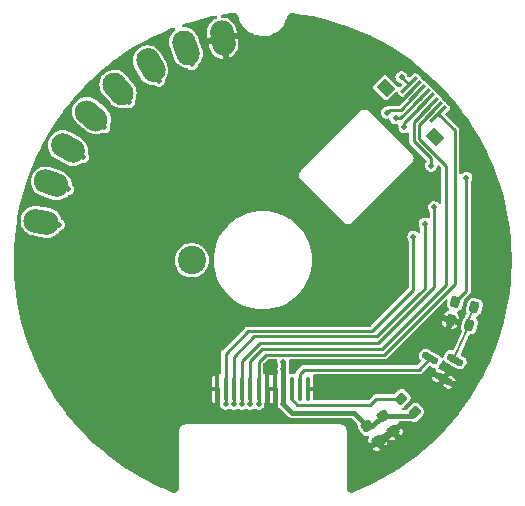
<source format=gbr>
%TF.GenerationSoftware,KiCad,Pcbnew,9.0.1*%
%TF.CreationDate,2025-04-26T02:16:23+02:00*%
%TF.ProjectId,view_screen,76696577-5f73-4637-9265-656e2e6b6963,0.1.0*%
%TF.SameCoordinates,Original*%
%TF.FileFunction,Copper,L4,Bot*%
%TF.FilePolarity,Positive*%
%FSLAX46Y46*%
G04 Gerber Fmt 4.6, Leading zero omitted, Abs format (unit mm)*
G04 Created by KiCad (PCBNEW 9.0.1) date 2025-04-26 02:16:23*
%MOMM*%
%LPD*%
G01*
G04 APERTURE LIST*
G04 Aperture macros list*
%AMRoundRect*
0 Rectangle with rounded corners*
0 $1 Rounding radius*
0 $2 $3 $4 $5 $6 $7 $8 $9 X,Y pos of 4 corners*
0 Add a 4 corners polygon primitive as box body*
4,1,4,$2,$3,$4,$5,$6,$7,$8,$9,$2,$3,0*
0 Add four circle primitives for the rounded corners*
1,1,$1+$1,$2,$3*
1,1,$1+$1,$4,$5*
1,1,$1+$1,$6,$7*
1,1,$1+$1,$8,$9*
0 Add four rect primitives between the rounded corners*
20,1,$1+$1,$2,$3,$4,$5,0*
20,1,$1+$1,$4,$5,$6,$7,0*
20,1,$1+$1,$6,$7,$8,$9,0*
20,1,$1+$1,$8,$9,$2,$3,0*%
%AMRotRect*
0 Rectangle, with rotation*
0 The origin of the aperture is its center*
0 $1 length*
0 $2 width*
0 $3 Rotation angle, in degrees counterclockwise*
0 Add horizontal line*
21,1,$1,$2,0,0,$3*%
G04 Aperture macros list end*
%TA.AperFunction,ComponentPad*%
%ADD10C,2.400000*%
%TD*%
%TA.AperFunction,SMDPad,CuDef*%
%ADD11RoundRect,0.087500X0.087500X-0.912500X0.087500X0.912500X-0.087500X0.912500X-0.087500X-0.912500X0*%
%TD*%
%TA.AperFunction,SMDPad,CuDef*%
%ADD12RoundRect,0.150000X0.583790X-0.163846X-0.433790X0.423654X-0.583790X0.163846X0.433790X-0.423654X0*%
%TD*%
%TA.AperFunction,SMDPad,CuDef*%
%ADD13RoundRect,0.200000X-0.264360X-0.213866X0.122010X-0.317393X0.264360X0.213866X-0.122010X0.317393X0*%
%TD*%
%TA.AperFunction,SMDPad,CuDef*%
%ADD14RoundRect,0.200000X0.335876X0.053033X0.053033X0.335876X-0.335876X-0.053033X-0.053033X-0.335876X0*%
%TD*%
%TA.AperFunction,SMDPad,CuDef*%
%ADD15RoundRect,0.200000X0.264360X0.213866X-0.122010X0.317393X-0.264360X-0.213866X0.122010X-0.317393X0*%
%TD*%
%TA.AperFunction,SMDPad,CuDef*%
%ADD16RoundRect,0.225000X-0.333843X0.040915X-0.075733X-0.327703X0.333843X-0.040915X0.075733X0.327703X0*%
%TD*%
%TA.AperFunction,SMDPad,CuDef*%
%ADD17RoundRect,1.000000X-0.469843X0.171019X-0.469850X0.171001X0.469843X-0.171019X0.469850X-0.171001X0*%
%TD*%
%TA.AperFunction,SMDPad,CuDef*%
%ADD18RoundRect,1.000000X-0.171001X0.469850X-0.171019X0.469843X0.171001X-0.469850X0.171019X-0.469843X0*%
%TD*%
%TA.AperFunction,SMDPad,CuDef*%
%ADD19RotRect,0.300000X1.800000X135.000000*%
%TD*%
%TA.AperFunction,SMDPad,CuDef*%
%ADD20RotRect,1.200000X1.075000X135.000000*%
%TD*%
%TA.AperFunction,SMDPad,CuDef*%
%ADD21RoundRect,1.000000X-0.086814X0.492406X-0.086834X0.492402X0.086814X-0.492406X0.086834X-0.492402X0*%
%TD*%
%TA.AperFunction,SMDPad,CuDef*%
%ADD22RoundRect,1.000000X-0.433008X0.250009X-0.433018X0.249991X0.433008X-0.250009X0.433018X-0.249991X0*%
%TD*%
%TA.AperFunction,SMDPad,CuDef*%
%ADD23RoundRect,1.000000X-0.321386X0.383029X-0.321401X0.383016X0.321386X-0.383029X0.321401X-0.383016X0*%
%TD*%
%TA.AperFunction,SMDPad,CuDef*%
%ADD24RoundRect,1.000000X-0.492402X0.086834X-0.492406X0.086814X0.492402X-0.086834X0.492406X-0.086814X0*%
%TD*%
%TA.AperFunction,SMDPad,CuDef*%
%ADD25RoundRect,1.000000X-0.249991X0.433018X-0.250009X0.433008X0.249991X-0.433018X0.250009X-0.433008X0*%
%TD*%
%TA.AperFunction,SMDPad,CuDef*%
%ADD26RoundRect,1.000000X-0.383016X0.321401X-0.383029X0.321386X0.383016X-0.321401X0.383029X-0.321386X0*%
%TD*%
%TA.AperFunction,ViaPad*%
%ADD27C,0.500000*%
%TD*%
%TA.AperFunction,Conductor*%
%ADD28C,0.400000*%
%TD*%
%TA.AperFunction,Conductor*%
%ADD29C,0.250000*%
%TD*%
%TA.AperFunction,Conductor*%
%ADD30C,0.200000*%
%TD*%
G04 APERTURE END LIST*
D10*
%TO.P,H1,1,1*%
%TO.N,unconnected-(H1-Pad1)*%
X94000000Y-100000000D03*
%TD*%
D11*
%TO.P,J2,1,Pin_1*%
%TO.N,GND*%
X103850000Y-110900000D03*
%TO.P,J2,2,Pin_2*%
%TO.N,/LEDK*%
X103150000Y-110900000D03*
%TO.P,J2,3,Pin_3*%
%TO.N,/LEDA*%
X102450000Y-110900000D03*
%TO.P,J2,4,Pin_4*%
%TO.N,/VDD*%
X101750000Y-110900000D03*
%TO.P,J2,5,Pin_5*%
%TO.N,GND*%
X101050000Y-110900000D03*
%TO.P,J2,6,Pin_6*%
X100350000Y-110900000D03*
%TO.P,J2,7,Pin_7*%
%TO.N,/DC*%
X99650000Y-110900000D03*
%TO.P,J2,8,Pin_8*%
%TO.N,/nCS*%
X98950000Y-110900000D03*
%TO.P,J2,9,Pin_9*%
%TO.N,/SCK*%
X98250000Y-110900000D03*
%TO.P,J2,10,Pin_10*%
%TO.N,/MOSI*%
X97550000Y-110900000D03*
%TO.P,J2,11,Pin_11*%
%TO.N,/nRESET*%
X96850000Y-110900000D03*
%TO.P,J2,12,Pin_12*%
%TO.N,GND*%
X96150000Y-110900000D03*
%TD*%
D12*
%TO.P,Q1,1,G*%
%TO.N,Net-(Q1-G)*%
X116286491Y-108416385D03*
%TO.P,Q1,2,S*%
%TO.N,GND*%
X115336491Y-110061833D03*
%TO.P,Q1,3,D*%
%TO.N,/LEDK*%
X114187693Y-108301609D03*
%TD*%
D13*
%TO.P,R1,1*%
%TO.N,/BACKLIGHT_EN*%
X116311487Y-103532587D03*
%TO.P,R1,2*%
%TO.N,Net-(Q1-G)*%
X117905265Y-103959639D03*
%TD*%
D14*
%TO.P,R2,1*%
%TO.N,/VDD*%
X112883363Y-112883363D03*
%TO.P,R2,2*%
%TO.N,/LEDA*%
X111716637Y-111716637D03*
%TD*%
D15*
%TO.P,R3,1*%
%TO.N,Net-(Q1-G)*%
X117504167Y-105489058D03*
%TO.P,R3,2*%
%TO.N,GND*%
X115910389Y-105062006D03*
%TD*%
D16*
%TO.P,C2,1*%
%TO.N,/VDD*%
X108855478Y-114065157D03*
%TO.P,C2,2*%
%TO.N,GND*%
X109744522Y-115334843D03*
%TD*%
%TO.P,C1,1*%
%TO.N,/VDD*%
X110155478Y-113165157D03*
%TO.P,C1,2*%
%TO.N,GND*%
X111044522Y-114434843D03*
%TD*%
D17*
%TO.P,TP3,1,1*%
%TO.N,/MOSI*%
X82100000Y-93500000D03*
%TD*%
D18*
%TO.P,TP6,1,1*%
%TO.N,/VDD*%
X93500000Y-82000000D03*
%TD*%
D19*
%TO.P,J6,1,Pin_1*%
%TO.N,/DC*%
X114860660Y-87610660D03*
%TO.P,J6,2,Pin_2*%
%TO.N,/nCS*%
X114507107Y-87257106D03*
%TO.P,J6,3,Pin_3*%
%TO.N,/BACKLIGHT_EN*%
X114153553Y-86903553D03*
%TO.P,J6,4,Pin_4*%
%TO.N,/MOSI*%
X113800000Y-86550000D03*
%TO.P,J6,5,Pin_5*%
%TO.N,/SCK*%
X113446446Y-86196446D03*
%TO.P,J6,6,Pin_6*%
%TO.N,/nRESET*%
X113092893Y-85842893D03*
%TO.P,J6,7,Pin_7*%
%TO.N,GND*%
X112739340Y-85489339D03*
%TO.P,J6,8,Pin_8*%
%TO.N,/VDD*%
X112385786Y-85135786D03*
D20*
%TO.P,J6,9*%
%TO.N,N/C*%
X114613173Y-89590559D03*
X110405887Y-85383273D03*
%TD*%
D21*
%TO.P,TP5,1,1*%
%TO.N,GND*%
X96600000Y-81200000D03*
%TD*%
D22*
%TO.P,TP2,1,1*%
%TO.N,/SCK*%
X83500000Y-90500000D03*
%TD*%
D23*
%TO.P,TP8,1,1*%
%TO.N,/DC*%
X87750000Y-85500000D03*
%TD*%
D24*
%TO.P,TP4,1,1*%
%TO.N,/nRESET*%
X81250000Y-96750000D03*
%TD*%
D25*
%TO.P,TP7,1,1*%
%TO.N,/BACKLIGHT_EN*%
X90500000Y-83500000D03*
%TD*%
D26*
%TO.P,TP1,1,1*%
%TO.N,/nCS*%
X85500000Y-87750000D03*
%TD*%
D27*
%TO.N,GND*%
X111400000Y-114900000D03*
X109250000Y-86250000D03*
X116059510Y-110512936D03*
X115400000Y-104900000D03*
X101050000Y-112150000D03*
X109750000Y-86750000D03*
X96900000Y-82700000D03*
X96150000Y-112150000D03*
X100350000Y-112150000D03*
X104400000Y-110900000D03*
X110100000Y-115800000D03*
%TO.N,/VDD*%
X101750000Y-112150000D03*
X101750000Y-109200000D03*
X94000000Y-83400000D03*
X111750000Y-84500000D03*
X101750000Y-108600000D03*
%TO.N,/DC*%
X99650000Y-112150000D03*
X88700000Y-86600000D03*
%TO.N,/BACKLIGHT_EN*%
X114250000Y-92000000D03*
X117250000Y-93000000D03*
X91200000Y-84800000D03*
%TO.N,/nRESET*%
X96850000Y-112150000D03*
X112750000Y-98000000D03*
X110500000Y-87500000D03*
X82750000Y-97000000D03*
%TO.N,/MOSI*%
X113700000Y-96900000D03*
X112000000Y-88750000D03*
X97550000Y-112150000D03*
X83500000Y-94000000D03*
%TO.N,/SCK*%
X84800000Y-91250000D03*
X114500000Y-95500000D03*
X98250000Y-112150000D03*
X111250000Y-88000000D03*
%TO.N,/nCS*%
X86600000Y-88750000D03*
X98950000Y-112150000D03*
%TD*%
D28*
%TO.N,GND*%
X109744522Y-115334843D02*
X110144522Y-115334843D01*
D29*
X112739340Y-85489339D02*
X111478679Y-86750000D01*
D28*
X100350000Y-112150000D02*
X100350000Y-110900000D01*
X111400000Y-114900000D02*
X111400000Y-114790321D01*
X101050000Y-112150000D02*
X101050000Y-110900000D01*
D29*
X109750000Y-86750000D02*
X109250000Y-86250000D01*
D28*
X110100000Y-115690321D02*
X109744522Y-115334843D01*
X111400000Y-114790321D02*
X111044522Y-114434843D01*
X110144522Y-115334843D02*
X111044522Y-114434843D01*
X110100000Y-115800000D02*
X110100000Y-115690321D01*
D29*
X111478679Y-86750000D02*
X109750000Y-86750000D01*
D28*
X96150000Y-112150000D02*
X96150000Y-110900000D01*
%TO.N,/VDD*%
X108855478Y-114065157D02*
X109255478Y-114065157D01*
X107690321Y-112900000D02*
X108855478Y-114065157D01*
X102500000Y-112900000D02*
X107690321Y-112900000D01*
D29*
X112385786Y-85135786D02*
X111750000Y-84500000D01*
D28*
X110155478Y-113165157D02*
X112601569Y-113165157D01*
X101750000Y-112150000D02*
X101750000Y-108600000D01*
X101750000Y-112150000D02*
X102500000Y-112900000D01*
X112601569Y-113165157D02*
X112883363Y-112883363D01*
X109255478Y-114065157D02*
X110155478Y-113165157D01*
D29*
%TO.N,/DC*%
X99650000Y-110900000D02*
X99650000Y-108600000D01*
X99650000Y-108600000D02*
X100250000Y-108000000D01*
X100250000Y-108000000D02*
X110250000Y-108000000D01*
X116250000Y-89000000D02*
X116250000Y-92000000D01*
X116250000Y-102000000D02*
X116250000Y-92000000D01*
X114860660Y-87610660D02*
X116250000Y-89000000D01*
X99650000Y-112150000D02*
X99650000Y-110900000D01*
X110250000Y-108000000D02*
X116250000Y-102000000D01*
%TO.N,/BACKLIGHT_EN*%
X117250000Y-102594074D02*
X116311487Y-103532587D01*
X117250000Y-93000000D02*
X117250000Y-102594074D01*
X112800000Y-88257106D02*
X112800000Y-89936396D01*
X114153553Y-86903553D02*
X112800000Y-88257106D01*
X112800000Y-89936396D02*
X114056802Y-91193198D01*
X114056802Y-91193198D02*
X114250000Y-91386396D01*
X114250000Y-91386396D02*
X114250000Y-92000000D01*
%TO.N,/nRESET*%
X113092893Y-85842893D02*
X111685786Y-87250000D01*
X96850000Y-112150000D02*
X96850000Y-110900000D01*
X96850000Y-110900000D02*
X96850000Y-107900000D01*
X112750000Y-102500000D02*
X112750000Y-98000000D01*
X111685786Y-87250000D02*
X110750000Y-87250000D01*
X109250000Y-106000000D02*
X112750000Y-102500000D01*
X96850000Y-107900000D02*
X98750000Y-106000000D01*
X110750000Y-87250000D02*
X110500000Y-87500000D01*
X98750000Y-106000000D02*
X109250000Y-106000000D01*
%TO.N,/MOSI*%
X109663604Y-106450000D02*
X113356802Y-102756802D01*
X113800000Y-86550000D02*
X112000000Y-88350000D01*
X97550000Y-112150000D02*
X97550000Y-110900000D01*
X113700000Y-102413604D02*
X113356802Y-102756802D01*
X112000000Y-88350000D02*
X112000000Y-88750000D01*
X97550000Y-108200000D02*
X99300000Y-106450000D01*
X97550000Y-110900000D02*
X97550000Y-108200000D01*
X99300000Y-106450000D02*
X109663604Y-106450000D01*
X113700000Y-96900000D02*
X113700000Y-102413604D01*
%TO.N,/SCK*%
X98250000Y-108500000D02*
X99750000Y-107000000D01*
X98250000Y-112150000D02*
X98250000Y-110900000D01*
X114500000Y-102250000D02*
X114500000Y-95500000D01*
X99750000Y-107000000D02*
X109750000Y-107000000D01*
X111642892Y-88000000D02*
X111250000Y-88000000D01*
X113446446Y-86196446D02*
X111642892Y-88000000D01*
X98250000Y-110900000D02*
X98250000Y-108500000D01*
X109750000Y-107000000D02*
X114500000Y-102250000D01*
%TO.N,/nCS*%
X98950000Y-108550000D02*
X99950000Y-107550000D01*
X110063604Y-107550000D02*
X115500000Y-102113604D01*
X98950000Y-110900000D02*
X98950000Y-108550000D01*
X113250000Y-89750000D02*
X115500000Y-92000000D01*
X115500000Y-102113604D02*
X115500000Y-92000000D01*
X114507107Y-87257106D02*
X113250000Y-88514213D01*
X113250000Y-88514213D02*
X113250000Y-89750000D01*
X98950000Y-112150000D02*
X98950000Y-110900000D01*
X99950000Y-107550000D02*
X110063604Y-107550000D01*
%TO.N,/LEDA*%
X109091637Y-112225000D02*
X109600000Y-111716637D01*
X102450000Y-110900000D02*
X102450000Y-111783363D01*
X102891637Y-112225000D02*
X109091637Y-112225000D01*
X102450000Y-111783363D02*
X102891637Y-112225000D01*
X109600000Y-111716637D02*
X111716637Y-111716637D01*
%TO.N,/LEDK*%
X103150000Y-110600000D02*
X103150000Y-109600000D01*
X103150000Y-109600000D02*
X103475010Y-109274990D01*
X103475010Y-109274990D02*
X113214312Y-109274990D01*
X113214312Y-109274990D02*
X114187693Y-108301609D01*
D30*
%TO.N,Net-(Q1-G)*%
X116221894Y-108238901D02*
X117504167Y-105489057D01*
X117367358Y-105113182D02*
X117905263Y-103959640D01*
%TD*%
%TA.AperFunction,Conductor*%
%TO.N,GND*%
G36*
X97628280Y-79065669D02*
G01*
X97650475Y-79071299D01*
X97697257Y-79083166D01*
X97727451Y-79095147D01*
X97728597Y-79095783D01*
X97789662Y-79129701D01*
X97815792Y-79149007D01*
X97867093Y-79198314D01*
X97887420Y-79223661D01*
X97924410Y-79284452D01*
X97937580Y-79314154D01*
X97960251Y-79390671D01*
X97963856Y-79406538D01*
X97966759Y-79424667D01*
X97967470Y-79426256D01*
X97974915Y-79448070D01*
X97996559Y-79537555D01*
X97996563Y-79537569D01*
X97997551Y-79541652D01*
X97999072Y-79545567D01*
X97999073Y-79545568D01*
X98097376Y-79798496D01*
X98097380Y-79798505D01*
X98098896Y-79802405D01*
X98100916Y-79806070D01*
X98100920Y-79806078D01*
X98231921Y-80043730D01*
X98233946Y-80047403D01*
X98400314Y-80272314D01*
X98403225Y-80275316D01*
X98403230Y-80275322D01*
X98471251Y-80345474D01*
X98595056Y-80473158D01*
X98814728Y-80646383D01*
X99055445Y-80788926D01*
X99312948Y-80898265D01*
X99582684Y-80972465D01*
X99859880Y-81010216D01*
X100139635Y-81010848D01*
X100416999Y-80974351D01*
X100687067Y-80901370D01*
X100945061Y-80793196D01*
X101186420Y-80651743D01*
X101406873Y-80479512D01*
X101602521Y-80279550D01*
X101769903Y-80055393D01*
X101906059Y-79811008D01*
X102008581Y-79550715D01*
X102032449Y-79453946D01*
X102039435Y-79433629D01*
X102039489Y-79433290D01*
X102039491Y-79433288D01*
X102042258Y-79415998D01*
X102044347Y-79405719D01*
X102045210Y-79402225D01*
X102046725Y-79396646D01*
X102068618Y-79322751D01*
X102081782Y-79293060D01*
X102118784Y-79232250D01*
X102139102Y-79206914D01*
X102190420Y-79157593D01*
X102216550Y-79138290D01*
X102278765Y-79103737D01*
X102308963Y-79091757D01*
X102377958Y-79074259D01*
X102410209Y-79070402D01*
X102489875Y-79071218D01*
X102506095Y-79072434D01*
X102524428Y-79075010D01*
X102524428Y-79075009D01*
X102542632Y-79077567D01*
X102542630Y-79077575D01*
X102542693Y-79077574D01*
X103388974Y-79196857D01*
X103394201Y-79197709D01*
X104274533Y-79360402D01*
X104279767Y-79361485D01*
X105152318Y-79561619D01*
X105157525Y-79562931D01*
X106020742Y-79800149D01*
X106025856Y-79801673D01*
X106779155Y-80043730D01*
X106878122Y-80075531D01*
X106883210Y-80077286D01*
X107723065Y-80387313D01*
X107728007Y-80389259D01*
X108553814Y-80734853D01*
X108558701Y-80737021D01*
X109057658Y-80971353D01*
X109369010Y-81117577D01*
X109373832Y-81119969D01*
X109464950Y-81167613D01*
X110167117Y-81534765D01*
X110171808Y-81537346D01*
X110186520Y-81545858D01*
X110946663Y-81985648D01*
X110951263Y-81988442D01*
X111706268Y-82469427D01*
X111710745Y-82472416D01*
X112444486Y-82985184D01*
X112448831Y-82988360D01*
X112939989Y-83363811D01*
X113160035Y-83532018D01*
X113164240Y-83535377D01*
X113851570Y-84108908D01*
X113855628Y-84112444D01*
X113859697Y-84116145D01*
X114517850Y-84714817D01*
X114521725Y-84718497D01*
X114825080Y-85019091D01*
X115157602Y-85348587D01*
X115161344Y-85352456D01*
X115769755Y-86009152D01*
X115773327Y-86013178D01*
X116353093Y-86695206D01*
X116356491Y-86699380D01*
X116904567Y-87402936D01*
X116906635Y-87405590D01*
X116909847Y-87409901D01*
X117427740Y-88136733D01*
X117429314Y-88138941D01*
X117432337Y-88143381D01*
X117619223Y-88430902D01*
X117920203Y-88893954D01*
X117923039Y-88898528D01*
X118378396Y-89669235D01*
X118381035Y-89673927D01*
X118563811Y-90015831D01*
X118724410Y-90316251D01*
X118803075Y-90463402D01*
X118805506Y-90468195D01*
X118868234Y-90598647D01*
X119193426Y-91274934D01*
X119195655Y-91279833D01*
X119548785Y-92102442D01*
X119550802Y-92107432D01*
X119868472Y-92944358D01*
X119870274Y-92949430D01*
X120151909Y-93799147D01*
X120153493Y-93804291D01*
X120398588Y-94665288D01*
X120399950Y-94670495D01*
X120608044Y-95541139D01*
X120609183Y-95546399D01*
X120779904Y-96425137D01*
X120780818Y-96430441D01*
X120913893Y-97315919D01*
X120914541Y-97320904D01*
X120997957Y-98081251D01*
X120998375Y-98085832D01*
X121054003Y-98849014D01*
X121054253Y-98853607D01*
X121081985Y-99618276D01*
X121082068Y-99622876D01*
X121081869Y-100388072D01*
X121081784Y-100392671D01*
X121053654Y-101157353D01*
X121053401Y-101161946D01*
X120997376Y-101925100D01*
X120996955Y-101929681D01*
X120912974Y-102691516D01*
X120907307Y-102735694D01*
X120907229Y-102735684D01*
X120907197Y-102740040D01*
X120786391Y-103548189D01*
X120785519Y-103553300D01*
X120623049Y-104400194D01*
X120621968Y-104405265D01*
X120424787Y-105244780D01*
X120423498Y-105249802D01*
X120191946Y-106080495D01*
X120190451Y-106085460D01*
X119924928Y-106905894D01*
X119923231Y-106910793D01*
X119624165Y-107719648D01*
X119622267Y-107724473D01*
X119290185Y-108520319D01*
X119288090Y-108525062D01*
X118923550Y-109306564D01*
X118921262Y-109311217D01*
X118524871Y-110077077D01*
X118522393Y-110081632D01*
X118094844Y-110830505D01*
X118092182Y-110834954D01*
X117634155Y-111565654D01*
X117631311Y-111569989D01*
X117143646Y-112281174D01*
X117140627Y-112285389D01*
X116624083Y-112975953D01*
X116620892Y-112980040D01*
X116076403Y-113648730D01*
X116073047Y-113652683D01*
X115501498Y-114298420D01*
X115497983Y-114302231D01*
X114900332Y-114923926D01*
X114896662Y-114927589D01*
X114273965Y-115524145D01*
X114270148Y-115527654D01*
X113623428Y-116098093D01*
X113619470Y-116101442D01*
X112949816Y-116644802D01*
X112945723Y-116647985D01*
X112254316Y-117163308D01*
X112250096Y-117166321D01*
X111538040Y-117652785D01*
X111533700Y-117655621D01*
X110802232Y-118112379D01*
X110797778Y-118115034D01*
X110048162Y-118541298D01*
X110043603Y-118543768D01*
X109277072Y-118938837D01*
X109272416Y-118941117D01*
X108490259Y-119304325D01*
X108485512Y-119306411D01*
X107722356Y-119623312D01*
X107706156Y-119628210D01*
X107687524Y-119637338D01*
X107678001Y-119641524D01*
X107677546Y-119641702D01*
X107670172Y-119644326D01*
X107587774Y-119670791D01*
X107551926Y-119676798D01*
X107474370Y-119678450D01*
X107438297Y-119673974D01*
X107363486Y-119653414D01*
X107330194Y-119638828D01*
X107286406Y-119611516D01*
X107264369Y-119597770D01*
X107236628Y-119574288D01*
X107185263Y-119516149D01*
X107165377Y-119485723D01*
X107132744Y-119415337D01*
X107122372Y-119380501D01*
X107109877Y-119294720D01*
X107108561Y-119276543D01*
X107108564Y-119242312D01*
X107108522Y-119241997D01*
X107105697Y-115961044D01*
X109293047Y-115961044D01*
X109300761Y-115972061D01*
X109304908Y-115977356D01*
X109340439Y-116018034D01*
X109453894Y-116096141D01*
X109584754Y-116139119D01*
X109722426Y-116143490D01*
X109855750Y-116108897D01*
X109903048Y-116082826D01*
X109908753Y-116079270D01*
X109940253Y-116057213D01*
X109940253Y-116057212D01*
X109682146Y-115688596D01*
X109682145Y-115688595D01*
X109293048Y-115961043D01*
X109293047Y-115961044D01*
X107105697Y-115961044D01*
X107104448Y-114510085D01*
X107104447Y-114489780D01*
X107104443Y-114437881D01*
X107074323Y-114305961D01*
X107074322Y-114305958D01*
X107015607Y-114184051D01*
X106931237Y-114078258D01*
X106825441Y-113993888D01*
X106703531Y-113935174D01*
X106571611Y-113905055D01*
X106540306Y-113905053D01*
X106540297Y-113905051D01*
X106503938Y-113905050D01*
X106461524Y-113905048D01*
X106461508Y-113905050D01*
X93529345Y-113905050D01*
X93503958Y-113905048D01*
X93436295Y-113905043D01*
X93304357Y-113935147D01*
X93182431Y-113993858D01*
X93076629Y-114078231D01*
X92992256Y-114184032D01*
X92933545Y-114305963D01*
X92903442Y-114437897D01*
X92903444Y-114470696D01*
X92903398Y-114471003D01*
X92903425Y-114489780D01*
X92903447Y-114505499D01*
X92903448Y-114505560D01*
X92903451Y-114532489D01*
X92903455Y-114532497D01*
X92903453Y-114548538D01*
X92903511Y-114548979D01*
X92910427Y-119276349D01*
X92909113Y-119294679D01*
X92896211Y-119383330D01*
X92885855Y-119418142D01*
X92852040Y-119491144D01*
X92832185Y-119521556D01*
X92778950Y-119581882D01*
X92751246Y-119605366D01*
X92683020Y-119647999D01*
X92649768Y-119662605D01*
X92608571Y-119673974D01*
X92572213Y-119684007D01*
X92536176Y-119688522D01*
X92455740Y-119686913D01*
X92419911Y-119680960D01*
X92334262Y-119653594D01*
X92317367Y-119646816D01*
X92298519Y-119637621D01*
X92282639Y-119632834D01*
X92275411Y-119629833D01*
X91925861Y-119484697D01*
X91519050Y-119315786D01*
X91514303Y-119313699D01*
X91189666Y-119162961D01*
X90731705Y-118950318D01*
X90727079Y-118948053D01*
X90257713Y-118706161D01*
X89960076Y-118552771D01*
X89955517Y-118550301D01*
X89205466Y-118123816D01*
X89201012Y-118121161D01*
X88469130Y-117664168D01*
X88464789Y-117661332D01*
X87752308Y-117174596D01*
X87748115Y-117171603D01*
X87056284Y-116655980D01*
X87052191Y-116652797D01*
X86382150Y-116109135D01*
X86378192Y-116105785D01*
X85731104Y-115535030D01*
X85727286Y-115531521D01*
X85723250Y-115527654D01*
X85104210Y-114934605D01*
X85100588Y-114930990D01*
X84502576Y-114308919D01*
X84499060Y-114305107D01*
X84437699Y-114235781D01*
X83927179Y-113658989D01*
X83923834Y-113655049D01*
X83921907Y-113652683D01*
X83379033Y-112985962D01*
X83375852Y-112981888D01*
X83363826Y-112965810D01*
X82859005Y-112290900D01*
X82856005Y-112286711D01*
X82852208Y-112281174D01*
X82769287Y-112160242D01*
X96325000Y-112160242D01*
X96345167Y-112192040D01*
X96348777Y-112208880D01*
X96360957Y-112293593D01*
X96360957Y-112293594D01*
X96360958Y-112293596D01*
X96417938Y-112418364D01*
X96421223Y-112425558D01*
X96516226Y-112535197D01*
X96625569Y-112605468D01*
X96638268Y-112613629D01*
X96717860Y-112636999D01*
X96777463Y-112654500D01*
X96777464Y-112654500D01*
X96922537Y-112654500D01*
X97007230Y-112629632D01*
X97061732Y-112613629D01*
X97131879Y-112568547D01*
X97199999Y-112548545D01*
X97268116Y-112568544D01*
X97305755Y-112592734D01*
X97338268Y-112613629D01*
X97477463Y-112654500D01*
X97477464Y-112654500D01*
X97622537Y-112654500D01*
X97707230Y-112629632D01*
X97761732Y-112613629D01*
X97831879Y-112568547D01*
X97899999Y-112548545D01*
X97968116Y-112568544D01*
X98005755Y-112592734D01*
X98038268Y-112613629D01*
X98177463Y-112654500D01*
X98177464Y-112654500D01*
X98322537Y-112654500D01*
X98407230Y-112629632D01*
X98461732Y-112613629D01*
X98531879Y-112568547D01*
X98599999Y-112548545D01*
X98668116Y-112568544D01*
X98705755Y-112592734D01*
X98738268Y-112613629D01*
X98877463Y-112654500D01*
X98877464Y-112654500D01*
X99022537Y-112654500D01*
X99107230Y-112629632D01*
X99161732Y-112613629D01*
X99231879Y-112568547D01*
X99299999Y-112548545D01*
X99368116Y-112568544D01*
X99405755Y-112592734D01*
X99438268Y-112613629D01*
X99577463Y-112654500D01*
X99577464Y-112654500D01*
X99722537Y-112654500D01*
X99763407Y-112642499D01*
X99861732Y-112613629D01*
X99983775Y-112535196D01*
X100078777Y-112425558D01*
X100139042Y-112293596D01*
X100151222Y-112208878D01*
X100175000Y-112156812D01*
X100175000Y-111075000D01*
X100525000Y-111075000D01*
X100525000Y-112147747D01*
X100527250Y-112147451D01*
X100646750Y-112091728D01*
X100716942Y-112081067D01*
X100753250Y-112091728D01*
X100872749Y-112147451D01*
X100875000Y-112147747D01*
X100875000Y-111075000D01*
X100525000Y-111075000D01*
X100175000Y-111075000D01*
X100175000Y-109652251D01*
X100171987Y-109652649D01*
X100169423Y-109652250D01*
X100524999Y-109652250D01*
X100525000Y-110725000D01*
X100875000Y-110725000D01*
X100875000Y-109652250D01*
X100872750Y-109652547D01*
X100753249Y-109708271D01*
X100683057Y-109718932D01*
X100646751Y-109708271D01*
X100527249Y-109652547D01*
X100524999Y-109652250D01*
X100169423Y-109652250D01*
X100101835Y-109641733D01*
X100048720Y-109594622D01*
X100029499Y-109527732D01*
X100029499Y-109294580D01*
X100029499Y-108809380D01*
X100049501Y-108741263D01*
X100066395Y-108720298D01*
X100370291Y-108416402D01*
X100432601Y-108382379D01*
X100459384Y-108379500D01*
X101126603Y-108379500D01*
X101194724Y-108399502D01*
X101241217Y-108453158D01*
X101251320Y-108523431D01*
X101250941Y-108526073D01*
X101240311Y-108600003D01*
X101260957Y-108743593D01*
X101260957Y-108743594D01*
X101260958Y-108743596D01*
X101284114Y-108794300D01*
X101295500Y-108846642D01*
X101295500Y-108953357D01*
X101284114Y-109005698D01*
X101260957Y-109056404D01*
X101240311Y-109199999D01*
X101260957Y-109343593D01*
X101260957Y-109343594D01*
X101260958Y-109343596D01*
X101284114Y-109394300D01*
X101295500Y-109446642D01*
X101295500Y-109533342D01*
X101275498Y-109601463D01*
X101252562Y-109628088D01*
X101224999Y-109652251D01*
X101224999Y-112160242D01*
X101245167Y-112192040D01*
X101248777Y-112208880D01*
X101260957Y-112293593D01*
X101260957Y-112293594D01*
X101260958Y-112293596D01*
X101321223Y-112425558D01*
X101416225Y-112535196D01*
X101538268Y-112613629D01*
X101553563Y-112618119D01*
X101607160Y-112649920D01*
X102155556Y-113198316D01*
X102164972Y-113208851D01*
X102187369Y-113236936D01*
X102215341Y-113256007D01*
X102235021Y-113269424D01*
X102238841Y-113272134D01*
X102273701Y-113297862D01*
X102290197Y-113310037D01*
X102294674Y-113312296D01*
X102300570Y-113314114D01*
X102300572Y-113314116D01*
X102355679Y-113331114D01*
X102360140Y-113332582D01*
X102420376Y-113353659D01*
X102425323Y-113354500D01*
X102431495Y-113354500D01*
X102489158Y-113354500D01*
X102493868Y-113354587D01*
X102551462Y-113356743D01*
X102551464Y-113356742D01*
X102557631Y-113356973D01*
X102576422Y-113354500D01*
X107449871Y-113354500D01*
X107517992Y-113374502D01*
X107538966Y-113391405D01*
X108007318Y-113859757D01*
X108041344Y-113922069D01*
X108044160Y-113952850D01*
X108040188Y-114077936D01*
X108074818Y-114211398D01*
X108100919Y-114258752D01*
X108102545Y-114261702D01*
X108133537Y-114305963D01*
X108411337Y-114702703D01*
X108411341Y-114702709D01*
X108413268Y-114705460D01*
X108451054Y-114748719D01*
X108564625Y-114826907D01*
X108695624Y-114869931D01*
X108833438Y-114874307D01*
X108833438Y-114874306D01*
X108833439Y-114874307D01*
X108852925Y-114869251D01*
X108923885Y-114871502D01*
X108982364Y-114911761D01*
X109009794Y-114977244D01*
X108997467Y-115047163D01*
X108988355Y-115062660D01*
X108977084Y-115079031D01*
X108934106Y-115209892D01*
X108929735Y-115347566D01*
X108964328Y-115480890D01*
X108990399Y-115528189D01*
X108993957Y-115533898D01*
X109001670Y-115544914D01*
X109001671Y-115544914D01*
X109212604Y-115397218D01*
X110098274Y-115397218D01*
X110356384Y-115765837D01*
X110387874Y-115743788D01*
X110393178Y-115739634D01*
X110433852Y-115704107D01*
X110511960Y-115590651D01*
X110554937Y-115459793D01*
X110559883Y-115304013D01*
X110562943Y-115304110D01*
X110564287Y-115261688D01*
X110604542Y-115203207D01*
X110670023Y-115175772D01*
X110739942Y-115188095D01*
X110753290Y-115195942D01*
X110884754Y-115239119D01*
X111022426Y-115243490D01*
X111155750Y-115208897D01*
X111203048Y-115182826D01*
X111208753Y-115179270D01*
X111240253Y-115157213D01*
X111240253Y-115157212D01*
X110982146Y-114788596D01*
X110982145Y-114788595D01*
X110574292Y-115074176D01*
X110568278Y-115086309D01*
X110507363Y-115122775D01*
X110504737Y-115122879D01*
X110336701Y-115240539D01*
X110308409Y-115250080D01*
X110098274Y-115397218D01*
X109212604Y-115397218D01*
X109806898Y-114981090D01*
X110214744Y-114695511D01*
X110220755Y-114683384D01*
X110281667Y-114646912D01*
X110284300Y-114646807D01*
X110452339Y-114529146D01*
X110480635Y-114519603D01*
X110512604Y-114497218D01*
X111398274Y-114497218D01*
X111656384Y-114865837D01*
X111687874Y-114843788D01*
X111693178Y-114839634D01*
X111733852Y-114804107D01*
X111811960Y-114690651D01*
X111854937Y-114559793D01*
X111859308Y-114422119D01*
X111824715Y-114288795D01*
X111798641Y-114241492D01*
X111795083Y-114235781D01*
X111787372Y-114224770D01*
X111787371Y-114224769D01*
X111398274Y-114497218D01*
X110512604Y-114497218D01*
X111106899Y-114081090D01*
X111495995Y-113808640D01*
X111497152Y-113802080D01*
X111479809Y-113750652D01*
X111497095Y-113681792D01*
X111548865Y-113633209D01*
X111605710Y-113619657D01*
X112568960Y-113619657D01*
X112583063Y-113620449D01*
X112596636Y-113621977D01*
X112604700Y-113622886D01*
X112645263Y-113634572D01*
X112694851Y-113658452D01*
X112830330Y-113678872D01*
X112965809Y-113658452D01*
X113089251Y-113599006D01*
X113112997Y-113579332D01*
X113579331Y-113112997D01*
X113599006Y-113089251D01*
X113658452Y-112965809D01*
X113678872Y-112830330D01*
X113658452Y-112694851D01*
X113599006Y-112571409D01*
X113579332Y-112547663D01*
X113219063Y-112187395D01*
X113195317Y-112167720D01*
X113195316Y-112167719D01*
X113071876Y-112108274D01*
X112994124Y-112096555D01*
X112936396Y-112087854D01*
X112936395Y-112087854D01*
X112800915Y-112108274D01*
X112677476Y-112167719D01*
X112677474Y-112167720D01*
X112677475Y-112167720D01*
X112653729Y-112187394D01*
X112651655Y-112189467D01*
X112651644Y-112189478D01*
X112189473Y-112651650D01*
X112189462Y-112651661D01*
X112187395Y-112653729D01*
X112185522Y-112655989D01*
X112185517Y-112655995D01*
X112178016Y-112665048D01*
X112119151Y-112704740D01*
X112080994Y-112710657D01*
X111896510Y-112710657D01*
X111828389Y-112690655D01*
X111781896Y-112636999D01*
X111771792Y-112566725D01*
X111801286Y-112502145D01*
X111841841Y-112471135D01*
X111922525Y-112432280D01*
X111946271Y-112412606D01*
X112412605Y-111946271D01*
X112432280Y-111922525D01*
X112491726Y-111799083D01*
X112512146Y-111663604D01*
X112491726Y-111528125D01*
X112432280Y-111404683D01*
X112412606Y-111380937D01*
X112052337Y-111020669D01*
X112028591Y-111000994D01*
X112028590Y-111000993D01*
X111905150Y-110941548D01*
X111769670Y-110921128D01*
X111634189Y-110941548D01*
X111510750Y-111000993D01*
X111510748Y-111000994D01*
X111510749Y-111000994D01*
X111487003Y-111020668D01*
X111484929Y-111022741D01*
X111484918Y-111022752D01*
X111207440Y-111300232D01*
X111145127Y-111334257D01*
X111118344Y-111337137D01*
X109652426Y-111337137D01*
X109626568Y-111334455D01*
X109615899Y-111332217D01*
X109584204Y-111336169D01*
X109568618Y-111337137D01*
X109568557Y-111337137D01*
X109547850Y-111340591D01*
X109542708Y-111341340D01*
X109482247Y-111348878D01*
X109482137Y-111348913D01*
X109428583Y-111377895D01*
X109423955Y-111380278D01*
X109369217Y-111407038D01*
X109369127Y-111407105D01*
X109327879Y-111451910D01*
X109324277Y-111455664D01*
X108971348Y-111808595D01*
X108909036Y-111842620D01*
X108882252Y-111845500D01*
X104405000Y-111845500D01*
X104336879Y-111825498D01*
X104290386Y-111771842D01*
X104279000Y-111719500D01*
X104279000Y-111075000D01*
X103801000Y-111075000D01*
X103732879Y-111054998D01*
X103686386Y-111001342D01*
X103675000Y-110949000D01*
X103675000Y-110851000D01*
X103695002Y-110782879D01*
X103748658Y-110736386D01*
X103801000Y-110725000D01*
X104279000Y-110725000D01*
X104279000Y-110668609D01*
X115279461Y-110668609D01*
X115279462Y-110668610D01*
X115595812Y-110851255D01*
X115685240Y-110885584D01*
X115813037Y-110892282D01*
X115936649Y-110859159D01*
X116043980Y-110789458D01*
X116058251Y-110771835D01*
X116058250Y-110771834D01*
X115429461Y-110408802D01*
X115429460Y-110408803D01*
X115279461Y-110668609D01*
X104279000Y-110668609D01*
X104279000Y-109951607D01*
X104278461Y-109943397D01*
X104278111Y-109940740D01*
X114345905Y-109940740D01*
X114379027Y-110064357D01*
X114448727Y-110171684D01*
X114523167Y-110231965D01*
X114839520Y-110414611D01*
X114839521Y-110414610D01*
X114989521Y-110154803D01*
X114989520Y-110154802D01*
X114667461Y-109968861D01*
X115683459Y-109968861D01*
X115683460Y-109968862D01*
X116312249Y-110331893D01*
X116320378Y-110310719D01*
X116327076Y-110182925D01*
X116293954Y-110059308D01*
X116224254Y-109951981D01*
X116149814Y-109891700D01*
X115833460Y-109709053D01*
X115833459Y-109709054D01*
X115683459Y-109968861D01*
X114667461Y-109968861D01*
X114360731Y-109791770D01*
X114360730Y-109791771D01*
X114352603Y-109812943D01*
X114345905Y-109940740D01*
X104278111Y-109940740D01*
X104272452Y-109897750D01*
X104242604Y-109833740D01*
X104231943Y-109763548D01*
X104260923Y-109698735D01*
X104320343Y-109659879D01*
X104356799Y-109654490D01*
X113161886Y-109654490D01*
X113187743Y-109657171D01*
X113198412Y-109659409D01*
X113230108Y-109655458D01*
X113245694Y-109654490D01*
X113245752Y-109654490D01*
X113245755Y-109654490D01*
X113266506Y-109651026D01*
X113271555Y-109650290D01*
X113324095Y-109643742D01*
X113324100Y-109643739D01*
X113332094Y-109642743D01*
X113332154Y-109642724D01*
X113339238Y-109638890D01*
X113339239Y-109638890D01*
X113385723Y-109613732D01*
X113390355Y-109611349D01*
X113445119Y-109584577D01*
X113445166Y-109584542D01*
X113474746Y-109552410D01*
X113486442Y-109539703D01*
X113490025Y-109535969D01*
X114053657Y-108972337D01*
X114115967Y-108938313D01*
X114186782Y-108943378D01*
X114205748Y-108952314D01*
X114446802Y-109091487D01*
X114536334Y-109125855D01*
X114537250Y-109125903D01*
X114540128Y-109126054D01*
X114607109Y-109149592D01*
X114650731Y-109205607D01*
X114657144Y-109276313D01*
X114631454Y-109331179D01*
X114614730Y-109351829D01*
X114614730Y-109351830D01*
X115243519Y-109714862D01*
X115243520Y-109714861D01*
X115393519Y-109455055D01*
X115393518Y-109455054D01*
X115077169Y-109272410D01*
X114987741Y-109238081D01*
X114984282Y-109237900D01*
X114917302Y-109214360D01*
X114873681Y-109158344D01*
X114867269Y-109087638D01*
X114892956Y-109032780D01*
X114955872Y-108955083D01*
X114957471Y-108952315D01*
X115137707Y-108640136D01*
X115172076Y-108550604D01*
X115172076Y-108550603D01*
X115173315Y-108547376D01*
X115216402Y-108490948D01*
X115283155Y-108466772D01*
X115352382Y-108482524D01*
X115396619Y-108523908D01*
X115398352Y-108526576D01*
X115472879Y-108586927D01*
X115472880Y-108586928D01*
X115472882Y-108586929D01*
X116545600Y-109206263D01*
X116635132Y-109240631D01*
X116677784Y-109242866D01*
X116763088Y-109247337D01*
X116763088Y-109247336D01*
X116763090Y-109247337D01*
X116886856Y-109214174D01*
X116886858Y-109214173D01*
X116994317Y-109144390D01*
X117009326Y-109125855D01*
X117054671Y-109069858D01*
X117236505Y-108754912D01*
X117270874Y-108665380D01*
X117277579Y-108537422D01*
X117244416Y-108413656D01*
X117235224Y-108399502D01*
X117174629Y-108306192D01*
X117100102Y-108245841D01*
X116813794Y-108080541D01*
X116764801Y-108029158D01*
X116751365Y-107959445D01*
X116762597Y-107918176D01*
X117500283Y-106336202D01*
X117547198Y-106282920D01*
X117605054Y-106263808D01*
X117728456Y-106254561D01*
X117836813Y-106212033D01*
X117855992Y-106204507D01*
X117855992Y-106204506D01*
X117855994Y-106204506D01*
X117963112Y-106119082D01*
X118040293Y-106005879D01*
X118051020Y-105976968D01*
X118221710Y-105339943D01*
X118226876Y-105309541D01*
X118216637Y-105172913D01*
X118216636Y-105172910D01*
X118166583Y-105045376D01*
X118069698Y-104923887D01*
X118042864Y-104858157D01*
X118055826Y-104788354D01*
X118104468Y-104736639D01*
X118122177Y-104728037D01*
X118129553Y-104725142D01*
X118129554Y-104725142D01*
X118196080Y-104699032D01*
X118257090Y-104675088D01*
X118257090Y-104675087D01*
X118257092Y-104675087D01*
X118364210Y-104589663D01*
X118441391Y-104476460D01*
X118452118Y-104447549D01*
X118622808Y-103810524D01*
X118627974Y-103780122D01*
X118617735Y-103643494D01*
X118582525Y-103553780D01*
X118567681Y-103515957D01*
X118482254Y-103408836D01*
X118369053Y-103331657D01*
X118342899Y-103321952D01*
X118342880Y-103321946D01*
X118340142Y-103320930D01*
X118337315Y-103320172D01*
X118337304Y-103320169D01*
X117850848Y-103189824D01*
X117850837Y-103189821D01*
X117848006Y-103189063D01*
X117845104Y-103188569D01*
X117845100Y-103188569D01*
X117817605Y-103183897D01*
X117817604Y-103183897D01*
X117783447Y-103186456D01*
X117680973Y-103194136D01*
X117553439Y-103244189D01*
X117446318Y-103329616D01*
X117369139Y-103442817D01*
X117359434Y-103468971D01*
X117359425Y-103468996D01*
X117358412Y-103471729D01*
X117357656Y-103474549D01*
X117357651Y-103474566D01*
X117188483Y-104105911D01*
X117188479Y-104105926D01*
X117187722Y-104108754D01*
X117187229Y-104111651D01*
X117187228Y-104111659D01*
X117182556Y-104139154D01*
X117192795Y-104275786D01*
X117249788Y-104421002D01*
X117246637Y-104422238D01*
X117261622Y-104458947D01*
X117250472Y-104525023D01*
X117136530Y-104769374D01*
X117100897Y-104814633D01*
X117045221Y-104859034D01*
X116968041Y-104972236D01*
X116958336Y-104998390D01*
X116958327Y-104998415D01*
X116957314Y-105001148D01*
X116956558Y-105003968D01*
X116956553Y-105003985D01*
X116787385Y-105635330D01*
X116787381Y-105635345D01*
X116786624Y-105638173D01*
X116781458Y-105668575D01*
X116783094Y-105690401D01*
X116791697Y-105805205D01*
X116848690Y-105950421D01*
X116845539Y-105951657D01*
X116860524Y-105988366D01*
X116849374Y-106054442D01*
X116152464Y-107548972D01*
X116105547Y-107602257D01*
X116037269Y-107621718D01*
X115993115Y-107613353D01*
X115937849Y-107592138D01*
X115809893Y-107585432D01*
X115686123Y-107618596D01*
X115578664Y-107688379D01*
X115518309Y-107762914D01*
X115336476Y-108077857D01*
X115300867Y-108170619D01*
X115257780Y-108227046D01*
X115191026Y-108251221D01*
X115121799Y-108235468D01*
X115077563Y-108194084D01*
X115075832Y-108191418D01*
X115075830Y-108191416D01*
X115001304Y-108131066D01*
X114505322Y-107844711D01*
X113928584Y-107511731D01*
X113863562Y-107486771D01*
X113839050Y-107477362D01*
X113711095Y-107470656D01*
X113587325Y-107503820D01*
X113479866Y-107573603D01*
X113419511Y-107648138D01*
X113237679Y-107963080D01*
X113203309Y-108052615D01*
X113196604Y-108180569D01*
X113229767Y-108304337D01*
X113299554Y-108411800D01*
X113324107Y-108431683D01*
X113364459Y-108490098D01*
X113366823Y-108561055D01*
X113333908Y-108618698D01*
X113094023Y-108858585D01*
X113031711Y-108892610D01*
X113004927Y-108895490D01*
X103527436Y-108895490D01*
X103501578Y-108892808D01*
X103490909Y-108890570D01*
X103459214Y-108894522D01*
X103443628Y-108895490D01*
X103443567Y-108895490D01*
X103422860Y-108898944D01*
X103417718Y-108899693D01*
X103357257Y-108907231D01*
X103357147Y-108907266D01*
X103303593Y-108936248D01*
X103298965Y-108938631D01*
X103244227Y-108965391D01*
X103244137Y-108965458D01*
X103202878Y-109010275D01*
X103199275Y-109014029D01*
X102918724Y-109294580D01*
X102898550Y-109310964D01*
X102889419Y-109316930D01*
X102869792Y-109342146D01*
X102859463Y-109353842D01*
X102859418Y-109353886D01*
X102847212Y-109370981D01*
X102844105Y-109375148D01*
X102806691Y-109423218D01*
X102806638Y-109423322D01*
X102789259Y-109481695D01*
X102787672Y-109486650D01*
X102767885Y-109544289D01*
X102765257Y-109562321D01*
X102765008Y-109563157D01*
X102726393Y-109622734D01*
X102661699Y-109651976D01*
X102627807Y-109652112D01*
X102581668Y-109646038D01*
X102581657Y-109646037D01*
X102577576Y-109645500D01*
X102330500Y-109645500D01*
X102262379Y-109625498D01*
X102215886Y-109571842D01*
X102204500Y-109519500D01*
X102204500Y-109446642D01*
X102215886Y-109394300D01*
X102239042Y-109343596D01*
X102259688Y-109200000D01*
X102239042Y-109056404D01*
X102215884Y-109005694D01*
X102204500Y-108953361D01*
X102204500Y-108846637D01*
X102215886Y-108794300D01*
X102239042Y-108743596D01*
X102253917Y-108640137D01*
X102259688Y-108600003D01*
X102257808Y-108586929D01*
X102248679Y-108523431D01*
X102258783Y-108453158D01*
X102305276Y-108399502D01*
X102373397Y-108379500D01*
X110197574Y-108379500D01*
X110223431Y-108382181D01*
X110234100Y-108384419D01*
X110265796Y-108380468D01*
X110281382Y-108379500D01*
X110281440Y-108379500D01*
X110281443Y-108379500D01*
X110302194Y-108376036D01*
X110307243Y-108375300D01*
X110359783Y-108368752D01*
X110359788Y-108368749D01*
X110367782Y-108367753D01*
X110367842Y-108367734D01*
X110374926Y-108363900D01*
X110374927Y-108363900D01*
X110421411Y-108338742D01*
X110426043Y-108336359D01*
X110480807Y-108309587D01*
X110480854Y-108309552D01*
X110522130Y-108264714D01*
X110525713Y-108260979D01*
X112954889Y-105831803D01*
X115967082Y-105831803D01*
X115970627Y-105832578D01*
X115998086Y-105837243D01*
X116134564Y-105827015D01*
X116261963Y-105777017D01*
X116368963Y-105691684D01*
X116446058Y-105578607D01*
X116455751Y-105552485D01*
X116457536Y-105546883D01*
X116476363Y-105476617D01*
X116089993Y-105373090D01*
X115967082Y-105831803D01*
X112954889Y-105831803D01*
X113545133Y-105241559D01*
X115188184Y-105241559D01*
X115198412Y-105378039D01*
X115248410Y-105505434D01*
X115333743Y-105612437D01*
X115446820Y-105689531D01*
X115472903Y-105699209D01*
X115476393Y-105700320D01*
X115599303Y-105241610D01*
X115212932Y-105138083D01*
X115194106Y-105208344D01*
X115192849Y-105214099D01*
X115188184Y-105241559D01*
X113545133Y-105241559D01*
X115440406Y-103346286D01*
X115502716Y-103312262D01*
X115573531Y-103317327D01*
X115630367Y-103359874D01*
X115655178Y-103426394D01*
X115651206Y-103467994D01*
X115594705Y-103678859D01*
X115594701Y-103678874D01*
X115593944Y-103681702D01*
X115593451Y-103684599D01*
X115593450Y-103684607D01*
X115588778Y-103712102D01*
X115599017Y-103848734D01*
X115649070Y-103976268D01*
X115746282Y-104098167D01*
X115773116Y-104163897D01*
X115760154Y-104233700D01*
X115711512Y-104285415D01*
X115693803Y-104294018D01*
X115558814Y-104346995D01*
X115451814Y-104432327D01*
X115374719Y-104545404D01*
X115365025Y-104571529D01*
X115363242Y-104577124D01*
X115344413Y-104647393D01*
X115730784Y-104750920D01*
X115730786Y-104750921D01*
X116607844Y-104985926D01*
X116626673Y-104915660D01*
X116627926Y-104909924D01*
X116632593Y-104882452D01*
X116622365Y-104745972D01*
X116572366Y-104618575D01*
X116475433Y-104497026D01*
X116448598Y-104431296D01*
X116461559Y-104361493D01*
X116510202Y-104309778D01*
X116527911Y-104301175D01*
X116535770Y-104298090D01*
X116535776Y-104298090D01*
X116663314Y-104248035D01*
X116770432Y-104162611D01*
X116847613Y-104049408D01*
X116858340Y-104020497D01*
X117029030Y-103383472D01*
X117029526Y-103380548D01*
X117029832Y-103379151D01*
X117063836Y-103316930D01*
X117481276Y-102899490D01*
X117501457Y-102883103D01*
X117510582Y-102877142D01*
X117530202Y-102851932D01*
X117540553Y-102840215D01*
X117540553Y-102840214D01*
X117540581Y-102840187D01*
X117552811Y-102823056D01*
X117555871Y-102818953D01*
X117588375Y-102777193D01*
X117588376Y-102777188D01*
X117593327Y-102770828D01*
X117593351Y-102770783D01*
X117595651Y-102763055D01*
X117595653Y-102763053D01*
X117610750Y-102712339D01*
X117612305Y-102707483D01*
X117629500Y-102657401D01*
X117629500Y-102657397D01*
X117632113Y-102649787D01*
X117632125Y-102649705D01*
X117629607Y-102588848D01*
X117629499Y-102583639D01*
X117629499Y-97999999D01*
X117629499Y-93379418D01*
X117649501Y-93311301D01*
X117660272Y-93296913D01*
X117678777Y-93275558D01*
X117739042Y-93143596D01*
X117759688Y-93000000D01*
X117739042Y-92856404D01*
X117678777Y-92724442D01*
X117583775Y-92614804D01*
X117583774Y-92614803D01*
X117583773Y-92614802D01*
X117461733Y-92536371D01*
X117322537Y-92495500D01*
X117322536Y-92495500D01*
X117177464Y-92495500D01*
X117177463Y-92495500D01*
X117038266Y-92536371D01*
X116916226Y-92614802D01*
X116850723Y-92690396D01*
X116790996Y-92728780D01*
X116719999Y-92728779D01*
X116660274Y-92690394D01*
X116630781Y-92625813D01*
X116629499Y-92607896D01*
X116629500Y-91968557D01*
X116629500Y-91968556D01*
X116629500Y-89052421D01*
X116632182Y-89026562D01*
X116634418Y-89015898D01*
X116630468Y-88984209D01*
X116629500Y-88968624D01*
X116629500Y-88968554D01*
X116626044Y-88947851D01*
X116625296Y-88942727D01*
X116618752Y-88890217D01*
X116618751Y-88890215D01*
X116617756Y-88882230D01*
X116617730Y-88882150D01*
X116588734Y-88828568D01*
X116586351Y-88823939D01*
X116559592Y-88769203D01*
X116559545Y-88769140D01*
X116553619Y-88763685D01*
X116553619Y-88763684D01*
X116514713Y-88727868D01*
X116510957Y-88724263D01*
X115504126Y-87717432D01*
X115470100Y-87655120D01*
X115475165Y-87584305D01*
X115504124Y-87539243D01*
X115800804Y-87242564D01*
X115842856Y-87179631D01*
X115862608Y-87080330D01*
X115849409Y-87013977D01*
X115842856Y-86981027D01*
X115800808Y-86918098D01*
X115553224Y-86670516D01*
X115510538Y-86641993D01*
X115475777Y-86607231D01*
X115447253Y-86564542D01*
X115199668Y-86316959D01*
X115156981Y-86288435D01*
X115122219Y-86253673D01*
X115093699Y-86210989D01*
X114846117Y-85963409D01*
X114846115Y-85963407D01*
X114803430Y-85934885D01*
X114768668Y-85900123D01*
X114740146Y-85857436D01*
X114492564Y-85609856D01*
X114449875Y-85581331D01*
X114415114Y-85546569D01*
X114386592Y-85503882D01*
X114139010Y-85256302D01*
X114139008Y-85256300D01*
X114096323Y-85227778D01*
X114061561Y-85193016D01*
X114033039Y-85150329D01*
X113785457Y-84902749D01*
X113785455Y-84902747D01*
X113741685Y-84873500D01*
X113706922Y-84838737D01*
X113679096Y-84797092D01*
X113431586Y-84549583D01*
X113389942Y-84521757D01*
X113355179Y-84486994D01*
X113325932Y-84443222D01*
X113078350Y-84195642D01*
X113078348Y-84195640D01*
X113015418Y-84153590D01*
X112965766Y-84143714D01*
X112916116Y-84133838D01*
X112916115Y-84133838D01*
X112816813Y-84153589D01*
X112753884Y-84195637D01*
X112461540Y-84487981D01*
X112399228Y-84522006D01*
X112328412Y-84516941D01*
X112271577Y-84474394D01*
X112247728Y-84416819D01*
X112239042Y-84356404D01*
X112178777Y-84224442D01*
X112083775Y-84114804D01*
X112083774Y-84114803D01*
X112083773Y-84114802D01*
X111961733Y-84036371D01*
X111822537Y-83995500D01*
X111822536Y-83995500D01*
X111677464Y-83995500D01*
X111677463Y-83995500D01*
X111538266Y-84036371D01*
X111416226Y-84114802D01*
X111321223Y-84224441D01*
X111260957Y-84356406D01*
X111240311Y-84500000D01*
X111260957Y-84643593D01*
X111260957Y-84643594D01*
X111260958Y-84643596D01*
X111321223Y-84775558D01*
X111394996Y-84860697D01*
X111416226Y-84885197D01*
X111507096Y-84943596D01*
X111538268Y-84963629D01*
X111639398Y-84993323D01*
X111680532Y-85005401D01*
X111740258Y-85043784D01*
X111769751Y-85108365D01*
X111759648Y-85178639D01*
X111734129Y-85215392D01*
X111627171Y-85322350D01*
X111564859Y-85356376D01*
X111494044Y-85351311D01*
X111437208Y-85308764D01*
X111433327Y-85303281D01*
X111407905Y-85265234D01*
X110523926Y-84381257D01*
X110460994Y-84339205D01*
X110361693Y-84319453D01*
X110361692Y-84319453D01*
X110262390Y-84339204D01*
X110199461Y-84381252D01*
X109403869Y-85176846D01*
X109361819Y-85239776D01*
X109342067Y-85339078D01*
X109342067Y-85339079D01*
X109361819Y-85438380D01*
X109403869Y-85501312D01*
X110287848Y-86385289D01*
X110350780Y-86427341D01*
X110450081Y-86447093D01*
X110532907Y-86430617D01*
X110549383Y-86427341D01*
X110612312Y-86385293D01*
X110612311Y-86385293D01*
X110612315Y-86385291D01*
X111226372Y-85771231D01*
X111288683Y-85737207D01*
X111359499Y-85742271D01*
X111416335Y-85784818D01*
X111420232Y-85790325D01*
X111445638Y-85828348D01*
X111693223Y-86075931D01*
X111736996Y-86105180D01*
X111771758Y-86139942D01*
X111799584Y-86181587D01*
X111919448Y-86301451D01*
X111953474Y-86363763D01*
X111948409Y-86434578D01*
X111919449Y-86479641D01*
X111565497Y-86833595D01*
X111503185Y-86867620D01*
X111476401Y-86870500D01*
X110802422Y-86870500D01*
X110776564Y-86867818D01*
X110765900Y-86865581D01*
X110738191Y-86869035D01*
X110734209Y-86869532D01*
X110718626Y-86870500D01*
X110718553Y-86870500D01*
X110697825Y-86873958D01*
X110692677Y-86874708D01*
X110632252Y-86882239D01*
X110632132Y-86882278D01*
X110578567Y-86911265D01*
X110573942Y-86913646D01*
X110519222Y-86940398D01*
X110519127Y-86940468D01*
X110505897Y-86954840D01*
X110445043Y-86991409D01*
X110438559Y-86992241D01*
X110288266Y-87036371D01*
X110166226Y-87114802D01*
X110071223Y-87224441D01*
X110010957Y-87356406D01*
X109990311Y-87500000D01*
X110010957Y-87643593D01*
X110071223Y-87775558D01*
X110166226Y-87885197D01*
X110213408Y-87915519D01*
X110288268Y-87963629D01*
X110369602Y-87987510D01*
X110427463Y-88004500D01*
X110427464Y-88004500D01*
X110572535Y-88004500D01*
X110572536Y-88004500D01*
X110594615Y-87998017D01*
X110665611Y-87998017D01*
X110725337Y-88036400D01*
X110754830Y-88100980D01*
X110760957Y-88143593D01*
X110760957Y-88143594D01*
X110760958Y-88143596D01*
X110821223Y-88275558D01*
X110911289Y-88379500D01*
X110916226Y-88385197D01*
X110998717Y-88438211D01*
X111038268Y-88463629D01*
X111119602Y-88487510D01*
X111177463Y-88504500D01*
X111177464Y-88504500D01*
X111322534Y-88504500D01*
X111322536Y-88504500D01*
X111346444Y-88497480D01*
X111417438Y-88497480D01*
X111477165Y-88535863D01*
X111506658Y-88600443D01*
X111506658Y-88636308D01*
X111490311Y-88749999D01*
X111510957Y-88893593D01*
X111510957Y-88893594D01*
X111510958Y-88893596D01*
X111566811Y-89015898D01*
X111571223Y-89025558D01*
X111666226Y-89135197D01*
X111739986Y-89182600D01*
X111788268Y-89213629D01*
X111843305Y-89229789D01*
X111927463Y-89254500D01*
X111927464Y-89254500D01*
X112072537Y-89254500D01*
X112107334Y-89244282D01*
X112211732Y-89213629D01*
X112226380Y-89204215D01*
X112294498Y-89184213D01*
X112362619Y-89204214D01*
X112409113Y-89257869D01*
X112420500Y-89310213D01*
X112420500Y-89883970D01*
X112417818Y-89909827D01*
X112415581Y-89920495D01*
X112419532Y-89952189D01*
X112420500Y-89967776D01*
X112420500Y-89967844D01*
X112423955Y-89988555D01*
X112424705Y-89993700D01*
X112432241Y-90054147D01*
X112432276Y-90054257D01*
X112461255Y-90107806D01*
X112463638Y-90112435D01*
X112490406Y-90167189D01*
X112490461Y-90167262D01*
X112535284Y-90208526D01*
X112539041Y-90212131D01*
X113833594Y-91506684D01*
X113867620Y-91568996D01*
X113870499Y-91595779D01*
X113870499Y-91620578D01*
X113850497Y-91688699D01*
X113839725Y-91703089D01*
X113821223Y-91724441D01*
X113760957Y-91856406D01*
X113740311Y-92000000D01*
X113760957Y-92143593D01*
X113760957Y-92143594D01*
X113760958Y-92143596D01*
X113821223Y-92275558D01*
X113895405Y-92361169D01*
X113916226Y-92385197D01*
X113917398Y-92385950D01*
X114038268Y-92463629D01*
X114108515Y-92484255D01*
X114177463Y-92504500D01*
X114177464Y-92504500D01*
X114322537Y-92504500D01*
X114391485Y-92484255D01*
X114461732Y-92463629D01*
X114583775Y-92385196D01*
X114678777Y-92275558D01*
X114739042Y-92143596D01*
X114749461Y-92071128D01*
X114778953Y-92006550D01*
X114838680Y-91968166D01*
X114909676Y-91968166D01*
X114963273Y-91999967D01*
X115083594Y-92120288D01*
X115117620Y-92182600D01*
X115120499Y-92209383D01*
X115120499Y-95107883D01*
X115100497Y-95176004D01*
X115046841Y-95222497D01*
X114976567Y-95232601D01*
X114911987Y-95203107D01*
X114899281Y-95190402D01*
X114833775Y-95114804D01*
X114823006Y-95107883D01*
X114711733Y-95036371D01*
X114572537Y-94995500D01*
X114572536Y-94995500D01*
X114427464Y-94995500D01*
X114427463Y-94995500D01*
X114288266Y-95036371D01*
X114166226Y-95114802D01*
X114071223Y-95224441D01*
X114010957Y-95356406D01*
X113990311Y-95500000D01*
X114010957Y-95643593D01*
X114010957Y-95643594D01*
X114010958Y-95643596D01*
X114036859Y-95700311D01*
X114071223Y-95775558D01*
X114089723Y-95796908D01*
X114119217Y-95861488D01*
X114120500Y-95879422D01*
X114120500Y-96339786D01*
X114100498Y-96407907D01*
X114046842Y-96454400D01*
X113976568Y-96464504D01*
X113926380Y-96445784D01*
X113911733Y-96436371D01*
X113772537Y-96395500D01*
X113772536Y-96395500D01*
X113627464Y-96395500D01*
X113627463Y-96395500D01*
X113488266Y-96436371D01*
X113366226Y-96514802D01*
X113271223Y-96624441D01*
X113210957Y-96756406D01*
X113190311Y-96899999D01*
X113210957Y-97043593D01*
X113210957Y-97043594D01*
X113210958Y-97043596D01*
X113271223Y-97175557D01*
X113271223Y-97175558D01*
X113289723Y-97196908D01*
X113319217Y-97261488D01*
X113320500Y-97279422D01*
X113320500Y-97550180D01*
X113300498Y-97618301D01*
X113246842Y-97664794D01*
X113176568Y-97674898D01*
X113111988Y-97645404D01*
X113099277Y-97632694D01*
X113083774Y-97614803D01*
X112961733Y-97536371D01*
X112822537Y-97495500D01*
X112822536Y-97495500D01*
X112677464Y-97495500D01*
X112677463Y-97495500D01*
X112538266Y-97536371D01*
X112416226Y-97614802D01*
X112321223Y-97724441D01*
X112260957Y-97856406D01*
X112240311Y-97999999D01*
X112260957Y-98143593D01*
X112321223Y-98275558D01*
X112339723Y-98296908D01*
X112369217Y-98361488D01*
X112370500Y-98379422D01*
X112370500Y-102290616D01*
X112350498Y-102358737D01*
X112333595Y-102379711D01*
X109129711Y-105583595D01*
X109067399Y-105617621D01*
X109040616Y-105620500D01*
X98802426Y-105620500D01*
X98776568Y-105617818D01*
X98765899Y-105615580D01*
X98734204Y-105619532D01*
X98718618Y-105620500D01*
X98718557Y-105620500D01*
X98697850Y-105623954D01*
X98692708Y-105624703D01*
X98632247Y-105632241D01*
X98632137Y-105632276D01*
X98578583Y-105661258D01*
X98573955Y-105663641D01*
X98519217Y-105690401D01*
X98519127Y-105690468D01*
X98477868Y-105735285D01*
X98474265Y-105739039D01*
X96618724Y-107594580D01*
X96598550Y-107610964D01*
X96589419Y-107616930D01*
X96569792Y-107642146D01*
X96559463Y-107653842D01*
X96559418Y-107653886D01*
X96547212Y-107670981D01*
X96544105Y-107675148D01*
X96506691Y-107723218D01*
X96506638Y-107723322D01*
X96489259Y-107781695D01*
X96487672Y-107786650D01*
X96467888Y-107844281D01*
X96467875Y-107844370D01*
X96470392Y-107905213D01*
X96470500Y-107910420D01*
X96470500Y-109527732D01*
X96450498Y-109595853D01*
X96396842Y-109642346D01*
X96328012Y-109652648D01*
X96325000Y-109652250D01*
X96325000Y-112160242D01*
X82769287Y-112160242D01*
X82750636Y-112133041D01*
X82368060Y-111575093D01*
X82365216Y-111570757D01*
X82054473Y-111075000D01*
X95721000Y-111075000D01*
X95721000Y-111848392D01*
X95721538Y-111856602D01*
X95727547Y-111902249D01*
X95778444Y-112011399D01*
X95863600Y-112096555D01*
X95972747Y-112147451D01*
X95975000Y-112147747D01*
X95975000Y-111075000D01*
X95721000Y-111075000D01*
X82054473Y-111075000D01*
X81906970Y-110839675D01*
X81904307Y-110835226D01*
X81841380Y-110725000D01*
X95721000Y-110725000D01*
X95975000Y-110725000D01*
X95975000Y-109652250D01*
X95972750Y-109652547D01*
X95863600Y-109703444D01*
X95778444Y-109788600D01*
X95727547Y-109897750D01*
X95721538Y-109943397D01*
X95721000Y-109951607D01*
X95721000Y-110725000D01*
X81841380Y-110725000D01*
X81476524Y-110085901D01*
X81474046Y-110081346D01*
X81462640Y-110059308D01*
X81096491Y-109351829D01*
X81077452Y-109315041D01*
X81075164Y-109310388D01*
X80710429Y-108528403D01*
X80708335Y-108523659D01*
X80522334Y-108077858D01*
X80376096Y-107727361D01*
X80374213Y-107722574D01*
X80074990Y-106913197D01*
X80073320Y-106908375D01*
X79807666Y-106087414D01*
X79806171Y-106082448D01*
X79574529Y-105251281D01*
X79573241Y-105246259D01*
X79375990Y-104406254D01*
X79374913Y-104401210D01*
X79212384Y-103553751D01*
X79211523Y-103548698D01*
X79090691Y-102740069D01*
X79090661Y-102735712D01*
X79090587Y-102735722D01*
X79085027Y-102692544D01*
X79084641Y-102689046D01*
X79035823Y-102246139D01*
X79000940Y-101929657D01*
X79000520Y-101925080D01*
X78975728Y-101587335D01*
X78944500Y-101161921D01*
X78944249Y-101157354D01*
X78931498Y-100810699D01*
X78916121Y-100392650D01*
X78916037Y-100388073D01*
X78915937Y-100003094D01*
X78915936Y-100000000D01*
X92540515Y-100000000D01*
X92560420Y-100240223D01*
X92560420Y-100240226D01*
X92560421Y-100240227D01*
X92619592Y-100473889D01*
X92716420Y-100694637D01*
X92716421Y-100694638D01*
X92848261Y-100896434D01*
X92848264Y-100896437D01*
X93011517Y-101073778D01*
X93201733Y-101221830D01*
X93201737Y-101221832D01*
X93413732Y-101336557D01*
X93641718Y-101414825D01*
X93879477Y-101454500D01*
X93879480Y-101454500D01*
X94120520Y-101454500D01*
X94120523Y-101454500D01*
X94358282Y-101414825D01*
X94586268Y-101336557D01*
X94798263Y-101221832D01*
X94814515Y-101209183D01*
X94988482Y-101073778D01*
X95151739Y-100896434D01*
X95283579Y-100694638D01*
X95380406Y-100473894D01*
X95439580Y-100240223D01*
X95459485Y-100000000D01*
X95844495Y-100000000D01*
X95864505Y-100407311D01*
X95864956Y-100410352D01*
X95864958Y-100410371D01*
X95923887Y-100807632D01*
X95924342Y-100810699D01*
X95925094Y-100813701D01*
X96022679Y-101203284D01*
X96022683Y-101203298D01*
X96023430Y-101206279D01*
X96024468Y-101209181D01*
X96024469Y-101209183D01*
X96159773Y-101587335D01*
X96159776Y-101587343D01*
X96160814Y-101590243D01*
X96162133Y-101593033D01*
X96162134Y-101593034D01*
X96321356Y-101929681D01*
X96335172Y-101958891D01*
X96336751Y-101961525D01*
X96336754Y-101961531D01*
X96465720Y-102176698D01*
X96544824Y-102308675D01*
X96787751Y-102636224D01*
X97061614Y-102938386D01*
X97363776Y-103212249D01*
X97691325Y-103455176D01*
X98041109Y-103664828D01*
X98409757Y-103839186D01*
X98793721Y-103976570D01*
X99189301Y-104075658D01*
X99592689Y-104135495D01*
X100000000Y-104155505D01*
X100407311Y-104135495D01*
X100810699Y-104075658D01*
X101206279Y-103976570D01*
X101590243Y-103839186D01*
X101958891Y-103664828D01*
X102308675Y-103455176D01*
X102636224Y-103212249D01*
X102938386Y-102938386D01*
X103212249Y-102636224D01*
X103455176Y-102308675D01*
X103664828Y-101958891D01*
X103839186Y-101590243D01*
X103976570Y-101206279D01*
X104075658Y-100810699D01*
X104135495Y-100407311D01*
X104155505Y-100000000D01*
X104135495Y-99592689D01*
X104075658Y-99189301D01*
X103976570Y-98793721D01*
X103839186Y-98409757D01*
X103664828Y-98041109D01*
X103455176Y-97691325D01*
X103212249Y-97363776D01*
X102938386Y-97061614D01*
X102636224Y-96787751D01*
X102308675Y-96544824D01*
X102244490Y-96506353D01*
X101961531Y-96336754D01*
X101961525Y-96336751D01*
X101958891Y-96335172D01*
X101785354Y-96253095D01*
X101593034Y-96162134D01*
X101593033Y-96162133D01*
X101590243Y-96160814D01*
X101587343Y-96159776D01*
X101587335Y-96159773D01*
X101209183Y-96024469D01*
X101209181Y-96024468D01*
X101206279Y-96023430D01*
X101203298Y-96022683D01*
X101203284Y-96022679D01*
X100813701Y-95925094D01*
X100810699Y-95924342D01*
X100807632Y-95923887D01*
X100410371Y-95864958D01*
X100410352Y-95864956D01*
X100407311Y-95864505D01*
X100404225Y-95864353D01*
X100404221Y-95864353D01*
X100003094Y-95844647D01*
X100000000Y-95844495D01*
X99996906Y-95844647D01*
X99595778Y-95864353D01*
X99595772Y-95864353D01*
X99592689Y-95864505D01*
X99589649Y-95864955D01*
X99589628Y-95864958D01*
X99192367Y-95923887D01*
X99192363Y-95923887D01*
X99189301Y-95924342D01*
X99186302Y-95925093D01*
X99186298Y-95925094D01*
X98796715Y-96022679D01*
X98796695Y-96022684D01*
X98793721Y-96023430D01*
X98790823Y-96024466D01*
X98790816Y-96024469D01*
X98412664Y-96159773D01*
X98412648Y-96159779D01*
X98409757Y-96160814D01*
X98406973Y-96162130D01*
X98406965Y-96162134D01*
X98043890Y-96333856D01*
X98043878Y-96333861D01*
X98041109Y-96335172D01*
X98038482Y-96336746D01*
X98038468Y-96336754D01*
X97693975Y-96543235D01*
X97693965Y-96543241D01*
X97691325Y-96544824D01*
X97688849Y-96546660D01*
X97688839Y-96546667D01*
X97404977Y-96757194D01*
X97363776Y-96787751D01*
X97361489Y-96789823D01*
X97361479Y-96789832D01*
X97063898Y-97059543D01*
X97063888Y-97059552D01*
X97061614Y-97061614D01*
X97059552Y-97063888D01*
X97059543Y-97063898D01*
X96789832Y-97361479D01*
X96789823Y-97361489D01*
X96787751Y-97363776D01*
X96785907Y-97366262D01*
X96785904Y-97366266D01*
X96546667Y-97688839D01*
X96546660Y-97688849D01*
X96544824Y-97691325D01*
X96543241Y-97693965D01*
X96543235Y-97693975D01*
X96336754Y-98038468D01*
X96336746Y-98038482D01*
X96335172Y-98041109D01*
X96333861Y-98043878D01*
X96333856Y-98043890D01*
X96162134Y-98406965D01*
X96162130Y-98406973D01*
X96160814Y-98409757D01*
X96159779Y-98412648D01*
X96159773Y-98412664D01*
X96024469Y-98790816D01*
X96023430Y-98793721D01*
X96022684Y-98796695D01*
X96022679Y-98796715D01*
X95925094Y-99186298D01*
X95924342Y-99189301D01*
X95923887Y-99192363D01*
X95923887Y-99192367D01*
X95864958Y-99589628D01*
X95864955Y-99589649D01*
X95864505Y-99592689D01*
X95864353Y-99595772D01*
X95864353Y-99595778D01*
X95863022Y-99622875D01*
X95844495Y-100000000D01*
X95459485Y-100000000D01*
X95439580Y-99759777D01*
X95380406Y-99526106D01*
X95283579Y-99305362D01*
X95151739Y-99103566D01*
X95109846Y-99058058D01*
X94988482Y-98926221D01*
X94798266Y-98778169D01*
X94586267Y-98663442D01*
X94358284Y-98585175D01*
X94263178Y-98569305D01*
X94120523Y-98545500D01*
X93879477Y-98545500D01*
X93760597Y-98565337D01*
X93641715Y-98585175D01*
X93413732Y-98663442D01*
X93201733Y-98778169D01*
X93011517Y-98926221D01*
X92848264Y-99103562D01*
X92716420Y-99305362D01*
X92619592Y-99526110D01*
X92595088Y-99622876D01*
X92560420Y-99759777D01*
X92540515Y-100000000D01*
X78915936Y-100000000D01*
X78915838Y-99622842D01*
X78915920Y-99618310D01*
X78943650Y-98853602D01*
X78943900Y-98849014D01*
X78949063Y-98778169D01*
X78999526Y-98085774D01*
X78999940Y-98081251D01*
X79083358Y-97320807D01*
X79083996Y-97315902D01*
X79185353Y-96641192D01*
X79498216Y-96641192D01*
X79514530Y-96866417D01*
X79556320Y-97028843D01*
X79570797Y-97085110D01*
X79665209Y-97290239D01*
X79761253Y-97427404D01*
X79794733Y-97475219D01*
X79935715Y-97614802D01*
X79955199Y-97634093D01*
X80087009Y-97724441D01*
X80141458Y-97761763D01*
X80347515Y-97854122D01*
X80347516Y-97854122D01*
X80347520Y-97854124D01*
X80476298Y-97887428D01*
X81588018Y-98083453D01*
X81720421Y-98096204D01*
X81945646Y-98079890D01*
X82164337Y-98023623D01*
X82369467Y-97929211D01*
X82554444Y-97799689D01*
X82713320Y-97639221D01*
X82776042Y-97547715D01*
X82831052Y-97502838D01*
X82844472Y-97498059D01*
X82961732Y-97463629D01*
X83083775Y-97385196D01*
X83178777Y-97275558D01*
X83239042Y-97143596D01*
X83259688Y-97000000D01*
X83239042Y-96856404D01*
X83178777Y-96724442D01*
X83083775Y-96614804D01*
X83083774Y-96614803D01*
X83001792Y-96562116D01*
X82955300Y-96508460D01*
X82947888Y-96487515D01*
X82929203Y-96414890D01*
X82834791Y-96209761D01*
X82705269Y-96024784D01*
X82705268Y-96024783D01*
X82705266Y-96024780D01*
X82544802Y-95865908D01*
X82542755Y-95864505D01*
X82358542Y-95738237D01*
X82358543Y-95738237D01*
X82358541Y-95738236D01*
X82152484Y-95645877D01*
X82026078Y-95613186D01*
X82026066Y-95613183D01*
X82023702Y-95612572D01*
X82021294Y-95612147D01*
X82021283Y-95612145D01*
X80914408Y-95416974D01*
X80914389Y-95416971D01*
X80911982Y-95416547D01*
X80892255Y-95414647D01*
X80779578Y-95403795D01*
X80554354Y-95420110D01*
X80335662Y-95476377D01*
X80130530Y-95570790D01*
X79945558Y-95700308D01*
X79786680Y-95860778D01*
X79659007Y-96047041D01*
X79566649Y-96253095D01*
X79533960Y-96379492D01*
X79533954Y-96379517D01*
X79533344Y-96381878D01*
X79532917Y-96384294D01*
X79532915Y-96384308D01*
X79511396Y-96506353D01*
X79511393Y-96506370D01*
X79510967Y-96508790D01*
X79510730Y-96511250D01*
X79510730Y-96511251D01*
X79498216Y-96641192D01*
X79185353Y-96641192D01*
X79217074Y-96430032D01*
X79217987Y-96424733D01*
X79315025Y-95925094D01*
X79388738Y-95545554D01*
X79389875Y-95540305D01*
X79399506Y-95500000D01*
X79598017Y-94669221D01*
X79599366Y-94664061D01*
X79844534Y-93802606D01*
X79846102Y-93797515D01*
X80006562Y-93313288D01*
X80370681Y-93313288D01*
X80388117Y-93538428D01*
X80445474Y-93756836D01*
X80540907Y-93961493D01*
X80669772Y-94143593D01*
X80671349Y-94145821D01*
X80832610Y-94303896D01*
X81019500Y-94430636D01*
X81105949Y-94470032D01*
X81140540Y-94485796D01*
X82201331Y-94871891D01*
X82329508Y-94907439D01*
X82554144Y-94930483D01*
X82779284Y-94913047D01*
X82997692Y-94855690D01*
X83202350Y-94760257D01*
X83386678Y-94629815D01*
X83472465Y-94542298D01*
X83534436Y-94507653D01*
X83562446Y-94504500D01*
X83572537Y-94504500D01*
X83633352Y-94486643D01*
X83711732Y-94463629D01*
X83833775Y-94385196D01*
X83928777Y-94275558D01*
X83989042Y-94143596D01*
X84009688Y-94000000D01*
X83989042Y-93856404D01*
X83928777Y-93724442D01*
X83849956Y-93633478D01*
X83820464Y-93568899D01*
X83819561Y-93560724D01*
X83811883Y-93461572D01*
X83754526Y-93243164D01*
X83659093Y-93038507D01*
X83528651Y-92854179D01*
X83458884Y-92785790D01*
X103074395Y-92785790D01*
X103089542Y-92920251D01*
X103089542Y-92920253D01*
X103089543Y-92920254D01*
X103134231Y-93047979D01*
X103159787Y-93088654D01*
X103206219Y-93162557D01*
X103254058Y-93210401D01*
X103290818Y-93247162D01*
X103290824Y-93247166D01*
X106815303Y-96771646D01*
X106815309Y-96771649D01*
X106837440Y-96793780D01*
X106952018Y-96865775D01*
X107079745Y-96910468D01*
X107214214Y-96925619D01*
X107348683Y-96910468D01*
X107476409Y-96865775D01*
X107590988Y-96793781D01*
X107590990Y-96793778D01*
X107590996Y-96793775D01*
X107638831Y-96745938D01*
X107638831Y-96745939D01*
X107657872Y-96726897D01*
X107657872Y-96726896D01*
X107675593Y-96709175D01*
X112551646Y-91833121D01*
X112551762Y-91833058D01*
X112588603Y-91796217D01*
X112588604Y-91796218D01*
X112636450Y-91748374D01*
X112708449Y-91633788D01*
X112753143Y-91506054D01*
X112768291Y-91371576D01*
X112753133Y-91237100D01*
X112708429Y-91109369D01*
X112708428Y-91109366D01*
X112636422Y-90994791D01*
X112593887Y-90952264D01*
X109067088Y-87425465D01*
X109053042Y-87411418D01*
X109005203Y-87363578D01*
X108890625Y-87291584D01*
X108805472Y-87261788D01*
X108762897Y-87246891D01*
X108628428Y-87231740D01*
X108628427Y-87231740D01*
X108493955Y-87246891D01*
X108366232Y-87291583D01*
X108251651Y-87363579D01*
X108215066Y-87400166D01*
X103255380Y-92359849D01*
X103254063Y-92361166D01*
X103229377Y-92385854D01*
X103229306Y-92385950D01*
X103206233Y-92409023D01*
X103134241Y-92523600D01*
X103089548Y-92651322D01*
X103074395Y-92785790D01*
X83458884Y-92785790D01*
X83367391Y-92696105D01*
X83367389Y-92696103D01*
X83180499Y-92569363D01*
X83061714Y-92515231D01*
X83061709Y-92515229D01*
X83059460Y-92514204D01*
X82920503Y-92463628D01*
X82001012Y-92128961D01*
X82000994Y-92128955D01*
X81998669Y-92128109D01*
X81996275Y-92127445D01*
X81870489Y-92092560D01*
X81645858Y-92069517D01*
X81645856Y-92069517D01*
X81420716Y-92086953D01*
X81202308Y-92144310D01*
X80997650Y-92239743D01*
X80813321Y-92370185D01*
X80655249Y-92531443D01*
X80528505Y-92718341D01*
X80474371Y-92837127D01*
X80474358Y-92837156D01*
X80473347Y-92839377D01*
X80472506Y-92841686D01*
X80472505Y-92841690D01*
X80430116Y-92958156D01*
X80430111Y-92958170D01*
X80429273Y-92960474D01*
X80428620Y-92962825D01*
X80428613Y-92962850D01*
X80393723Y-93088654D01*
X80374551Y-93275558D01*
X80370681Y-93313288D01*
X80006562Y-93313288D01*
X80127836Y-92947315D01*
X80129609Y-92942326D01*
X80447393Y-92104942D01*
X80449368Y-92100051D01*
X80802643Y-91276956D01*
X80804845Y-91272114D01*
X81192923Y-90464912D01*
X81195329Y-90460167D01*
X81312699Y-90240578D01*
X81807451Y-90240578D01*
X81826010Y-90465628D01*
X81884455Y-90683748D01*
X81928430Y-90776837D01*
X81980908Y-90887927D01*
X82112268Y-91071602D01*
X82274314Y-91228871D01*
X82383935Y-91304211D01*
X83361565Y-91868645D01*
X83481622Y-91925911D01*
X83698844Y-91987612D01*
X83923591Y-92009536D01*
X84148641Y-91990977D01*
X84366761Y-91932531D01*
X84570940Y-91836080D01*
X84652130Y-91778013D01*
X84719175Y-91754655D01*
X84725428Y-91754500D01*
X84872537Y-91754500D01*
X84913408Y-91742499D01*
X85011732Y-91713629D01*
X85133775Y-91635196D01*
X85228777Y-91525558D01*
X85289042Y-91393596D01*
X85309688Y-91250000D01*
X85289042Y-91106404D01*
X85228777Y-90974442D01*
X85212794Y-90955997D01*
X85183302Y-90891417D01*
X85182615Y-90861253D01*
X85192549Y-90759421D01*
X85173989Y-90534372D01*
X85115544Y-90316251D01*
X85019092Y-90112073D01*
X84887732Y-89928398D01*
X84725686Y-89771129D01*
X84709861Y-89760253D01*
X84618112Y-89697196D01*
X84616065Y-89695789D01*
X84613918Y-89694549D01*
X84613911Y-89694545D01*
X83640578Y-89132592D01*
X83640572Y-89132589D01*
X83638435Y-89131355D01*
X83636210Y-89130293D01*
X83636203Y-89130290D01*
X83518376Y-89074088D01*
X83301158Y-89012388D01*
X83151324Y-88997771D01*
X83076409Y-88990464D01*
X83076408Y-88990464D01*
X82851360Y-89009022D01*
X82633235Y-89067470D01*
X82429061Y-89163919D01*
X82245384Y-89295281D01*
X82088117Y-89457324D01*
X82053721Y-89507372D01*
X82012776Y-89566948D01*
X82011546Y-89569077D01*
X82011533Y-89569099D01*
X81949585Y-89676398D01*
X81949578Y-89676409D01*
X81948342Y-89678552D01*
X81947274Y-89680789D01*
X81947275Y-89680789D01*
X81891075Y-89798611D01*
X81829375Y-90015828D01*
X81807451Y-90240578D01*
X81312699Y-90240578D01*
X81617537Y-89670253D01*
X81620140Y-89665624D01*
X82075681Y-88894489D01*
X82078496Y-88889948D01*
X82566573Y-88138941D01*
X82569552Y-88134565D01*
X83074737Y-87425465D01*
X83857411Y-87425465D01*
X83877092Y-87650421D01*
X83936623Y-87868246D01*
X84034093Y-88071941D01*
X84166367Y-88254960D01*
X84261241Y-88348191D01*
X84368523Y-88438211D01*
X85118445Y-89067470D01*
X85126005Y-89073813D01*
X85128019Y-89075249D01*
X85128026Y-89075255D01*
X85191159Y-89120288D01*
X85234295Y-89151057D01*
X85437502Y-89249541D01*
X85655028Y-89310159D01*
X85879881Y-89330961D01*
X86104837Y-89311280D01*
X86322662Y-89251748D01*
X86353422Y-89237028D01*
X86423501Y-89225666D01*
X86443297Y-89229786D01*
X86527464Y-89254500D01*
X86527465Y-89254500D01*
X86672537Y-89254500D01*
X86713408Y-89242499D01*
X86811732Y-89213629D01*
X86933775Y-89135196D01*
X87028777Y-89025558D01*
X87089042Y-88893596D01*
X87109688Y-88750000D01*
X87089042Y-88606404D01*
X87075354Y-88576432D01*
X87065252Y-88506161D01*
X87068594Y-88490269D01*
X87083101Y-88438211D01*
X87121787Y-88299388D01*
X87142589Y-88074535D01*
X87122908Y-87849579D01*
X87063377Y-87631754D01*
X86965907Y-87428059D01*
X86833633Y-87245040D01*
X86738759Y-87151809D01*
X86633370Y-87063377D01*
X85875888Y-86427775D01*
X85875881Y-86427770D01*
X85873995Y-86426187D01*
X85871984Y-86424752D01*
X85871973Y-86424744D01*
X85765708Y-86348945D01*
X85765707Y-86348944D01*
X85765705Y-86348943D01*
X85562498Y-86250459D01*
X85532655Y-86242142D01*
X85344971Y-86189840D01*
X85120122Y-86169039D01*
X85120120Y-86169039D01*
X85120119Y-86169039D01*
X84895162Y-86188719D01*
X84895163Y-86188720D01*
X84677337Y-86248252D01*
X84579866Y-86294892D01*
X84473643Y-86345722D01*
X84469184Y-86348945D01*
X84290623Y-86477996D01*
X84199129Y-86571102D01*
X84197393Y-86572869D01*
X84195814Y-86574750D01*
X84195802Y-86574764D01*
X84116153Y-86669687D01*
X84116141Y-86669701D01*
X84114558Y-86671589D01*
X84113129Y-86673591D01*
X84113113Y-86673613D01*
X84037314Y-86779880D01*
X83938831Y-86983084D01*
X83878212Y-87200612D01*
X83858710Y-87411421D01*
X83857411Y-87425465D01*
X83074737Y-87425465D01*
X83089234Y-87405117D01*
X83092443Y-87400812D01*
X83642795Y-86694233D01*
X83646157Y-86690102D01*
X84226196Y-86007656D01*
X84229715Y-86003691D01*
X84838386Y-85346620D01*
X84842079Y-85342800D01*
X85066771Y-85120122D01*
X86169039Y-85120122D01*
X86189840Y-85344971D01*
X86250459Y-85562499D01*
X86348941Y-85765702D01*
X86414373Y-85857436D01*
X86426185Y-85873995D01*
X86427767Y-85875881D01*
X86427773Y-85875888D01*
X87059261Y-86628464D01*
X87151809Y-86738758D01*
X87153524Y-86740503D01*
X87153532Y-86740512D01*
X87156560Y-86743593D01*
X87245040Y-86833633D01*
X87428059Y-86965907D01*
X87631754Y-87063377D01*
X87849579Y-87122908D01*
X88074535Y-87142589D01*
X88299388Y-87121787D01*
X88463189Y-87076140D01*
X88532510Y-87076619D01*
X88627463Y-87104500D01*
X88627464Y-87104500D01*
X88772537Y-87104500D01*
X88813408Y-87092499D01*
X88911732Y-87063629D01*
X89033775Y-86985196D01*
X89128777Y-86875558D01*
X89189042Y-86743596D01*
X89209688Y-86600000D01*
X89194184Y-86492165D01*
X89204287Y-86421891D01*
X89205244Y-86419845D01*
X89251748Y-86322662D01*
X89311280Y-86104837D01*
X89330961Y-85879881D01*
X89310159Y-85655028D01*
X89249541Y-85437502D01*
X89151057Y-85234295D01*
X89073815Y-85126005D01*
X88348191Y-84261242D01*
X88346474Y-84259494D01*
X88346467Y-84259487D01*
X88254960Y-84166367D01*
X88237280Y-84153589D01*
X88071941Y-84034093D01*
X87868246Y-83936623D01*
X87650421Y-83877092D01*
X87425465Y-83857411D01*
X87425462Y-83857411D01*
X87425460Y-83857411D01*
X87200612Y-83878212D01*
X86983084Y-83938831D01*
X86779881Y-84037313D01*
X86673600Y-84113122D01*
X86673590Y-84113129D01*
X86671589Y-84114557D01*
X86669702Y-84116139D01*
X86669696Y-84116145D01*
X86574753Y-84195812D01*
X86574739Y-84195824D01*
X86572870Y-84197393D01*
X86571128Y-84199105D01*
X86477994Y-84290626D01*
X86430453Y-84356406D01*
X86345722Y-84473643D01*
X86299045Y-84571189D01*
X86248252Y-84677337D01*
X86221408Y-84775558D01*
X86188720Y-84895163D01*
X86169440Y-85115544D01*
X86169039Y-85120122D01*
X85066771Y-85120122D01*
X85478258Y-84712322D01*
X85482118Y-84708657D01*
X86144625Y-84105938D01*
X86148648Y-84102433D01*
X86836305Y-83528544D01*
X86840434Y-83525246D01*
X87427508Y-83076408D01*
X88990464Y-83076408D01*
X89012388Y-83301158D01*
X89074089Y-83518379D01*
X89093509Y-83559093D01*
X89131354Y-83638435D01*
X89695789Y-84616064D01*
X89771129Y-84725686D01*
X89928398Y-84887732D01*
X90112073Y-85019092D01*
X90301054Y-85108365D01*
X90316251Y-85115544D01*
X90534371Y-85173989D01*
X90552930Y-85175519D01*
X90759421Y-85192549D01*
X90818536Y-85186782D01*
X90888277Y-85200076D01*
X90898885Y-85206185D01*
X90976864Y-85256300D01*
X90988268Y-85263629D01*
X91127463Y-85304500D01*
X91127464Y-85304500D01*
X91272537Y-85304500D01*
X91313408Y-85292499D01*
X91411732Y-85263629D01*
X91533775Y-85185196D01*
X91628777Y-85075558D01*
X91689042Y-84943596D01*
X91703801Y-84840945D01*
X91712267Y-84782068D01*
X91714098Y-84782331D01*
X91720722Y-84736239D01*
X91732847Y-84715284D01*
X91836080Y-84570940D01*
X91932531Y-84366761D01*
X91990977Y-84148641D01*
X92009536Y-83923591D01*
X91987612Y-83698844D01*
X91925911Y-83481622D01*
X91868646Y-83361565D01*
X91304211Y-82383936D01*
X91228871Y-82274314D01*
X91071602Y-82112268D01*
X90887927Y-81980908D01*
X90867285Y-81971157D01*
X90683748Y-81884455D01*
X90465628Y-81826010D01*
X90257724Y-81808864D01*
X90240579Y-81807451D01*
X90240578Y-81807451D01*
X90015828Y-81829375D01*
X89798611Y-81891075D01*
X89680782Y-81947276D01*
X89680754Y-81947290D01*
X89678552Y-81948341D01*
X89676439Y-81949560D01*
X89676418Y-81949572D01*
X89569078Y-82011546D01*
X89569063Y-82011555D01*
X89566949Y-82012776D01*
X89564929Y-82014163D01*
X89564904Y-82014180D01*
X89457328Y-82088113D01*
X89295281Y-82245384D01*
X89163919Y-82429061D01*
X89067470Y-82633235D01*
X89009022Y-82851360D01*
X88990464Y-83076408D01*
X87427508Y-83076408D01*
X87551978Y-82981246D01*
X87556260Y-82978115D01*
X88290367Y-82465011D01*
X88294782Y-82462062D01*
X89050150Y-81980767D01*
X89054725Y-81977988D01*
X89829915Y-81529416D01*
X89834566Y-81526855D01*
X90628231Y-81111783D01*
X90633015Y-81109410D01*
X91443710Y-80728599D01*
X91448562Y-80726446D01*
X92274717Y-80380630D01*
X92279702Y-80378667D01*
X92432697Y-80322176D01*
X92503528Y-80317345D01*
X92565727Y-80351576D01*
X92599547Y-80413999D01*
X92594249Y-80484798D01*
X92551515Y-80541493D01*
X92547060Y-80544658D01*
X92531446Y-80555246D01*
X92370185Y-80713321D01*
X92305211Y-80805137D01*
X92239743Y-80897650D01*
X92144310Y-81102308D01*
X92086953Y-81320716D01*
X92070377Y-81534758D01*
X92069517Y-81545858D01*
X92092560Y-81770489D01*
X92127443Y-81896277D01*
X92127447Y-81896292D01*
X92128107Y-81898669D01*
X92205851Y-82112268D01*
X92509680Y-82947030D01*
X92514204Y-82959458D01*
X92515227Y-82961703D01*
X92515232Y-82961715D01*
X92569361Y-83080493D01*
X92569363Y-83080496D01*
X92569364Y-83080498D01*
X92696105Y-83267391D01*
X92854179Y-83428651D01*
X93038507Y-83559093D01*
X93243164Y-83654526D01*
X93461572Y-83711883D01*
X93561249Y-83719602D01*
X93627620Y-83744803D01*
X93646740Y-83762709D01*
X93666225Y-83785196D01*
X93666226Y-83785197D01*
X93788266Y-83863628D01*
X93788268Y-83863629D01*
X93869602Y-83887510D01*
X93927463Y-83904500D01*
X93927464Y-83904500D01*
X94072537Y-83904500D01*
X94113408Y-83892499D01*
X94211732Y-83863629D01*
X94333775Y-83785196D01*
X94428777Y-83675558D01*
X94489042Y-83543596D01*
X94494741Y-83503956D01*
X94502879Y-83447360D01*
X94532372Y-83382779D01*
X94539395Y-83375311D01*
X94629814Y-83286679D01*
X94643463Y-83267392D01*
X94760257Y-83102350D01*
X94855690Y-82897692D01*
X94913047Y-82679284D01*
X94930483Y-82454144D01*
X94907439Y-82229508D01*
X94871893Y-82101331D01*
X94714135Y-81667896D01*
X95409157Y-81667896D01*
X95462631Y-81971157D01*
X95463678Y-81975978D01*
X95496351Y-82102319D01*
X95588673Y-82308292D01*
X95716296Y-82494481D01*
X95875108Y-82654886D01*
X96060009Y-82784355D01*
X96265059Y-82878729D01*
X96483664Y-82934974D01*
X96650128Y-82947030D01*
X96393964Y-81494247D01*
X95409157Y-81667896D01*
X94714135Y-81667896D01*
X94618825Y-81406034D01*
X96894247Y-81406034D01*
X97150411Y-82858817D01*
X97302714Y-82790553D01*
X97488901Y-82662931D01*
X97649306Y-82504119D01*
X97778775Y-82319218D01*
X97873150Y-82114167D01*
X97929393Y-81895565D01*
X97945702Y-81670428D01*
X97933194Y-81540532D01*
X97932530Y-81535655D01*
X97879054Y-81232385D01*
X96894247Y-81406034D01*
X94618825Y-81406034D01*
X94485796Y-81040542D01*
X94430636Y-80919502D01*
X94303895Y-80732609D01*
X94145821Y-80571349D01*
X93961493Y-80440907D01*
X93756836Y-80345474D01*
X93538428Y-80288117D01*
X93313288Y-80270681D01*
X93300968Y-80271944D01*
X93231164Y-80258997D01*
X93179440Y-80210365D01*
X93162219Y-80141488D01*
X93184969Y-80074235D01*
X93240468Y-80029958D01*
X93249545Y-80026651D01*
X93977652Y-79792626D01*
X93982708Y-79791120D01*
X94846304Y-79553724D01*
X94851497Y-79552415D01*
X95724481Y-79352107D01*
X95729684Y-79351030D01*
X95962445Y-79307995D01*
X96033064Y-79315279D01*
X96088537Y-79359587D01*
X96111249Y-79426853D01*
X96093989Y-79495719D01*
X96042237Y-79544322D01*
X96036887Y-79546873D01*
X95897286Y-79609446D01*
X95711098Y-79737068D01*
X95550693Y-79895880D01*
X95421224Y-80080781D01*
X95326849Y-80285832D01*
X95270606Y-80504434D01*
X95254297Y-80729571D01*
X95266805Y-80859467D01*
X95267469Y-80864344D01*
X95320944Y-81167613D01*
X96305752Y-80993965D01*
X97790841Y-80732102D01*
X97737366Y-80428831D01*
X97736324Y-80424030D01*
X97703648Y-80297680D01*
X97611326Y-80091707D01*
X97483703Y-79905518D01*
X97324891Y-79745113D01*
X97139990Y-79615644D01*
X96934940Y-79521270D01*
X96716335Y-79465025D01*
X96544196Y-79452557D01*
X96477698Y-79427686D01*
X96435203Y-79370811D01*
X96430203Y-79299991D01*
X96464284Y-79237710D01*
X96526628Y-79203741D01*
X96530361Y-79202991D01*
X96610400Y-79188193D01*
X96615669Y-79187335D01*
X97460583Y-79068174D01*
X97470030Y-79068091D01*
X97500409Y-79063829D01*
X97516636Y-79062612D01*
X97596022Y-79061807D01*
X97628280Y-79065669D01*
G37*
%TD.AperFunction*%
%TD*%
M02*

</source>
